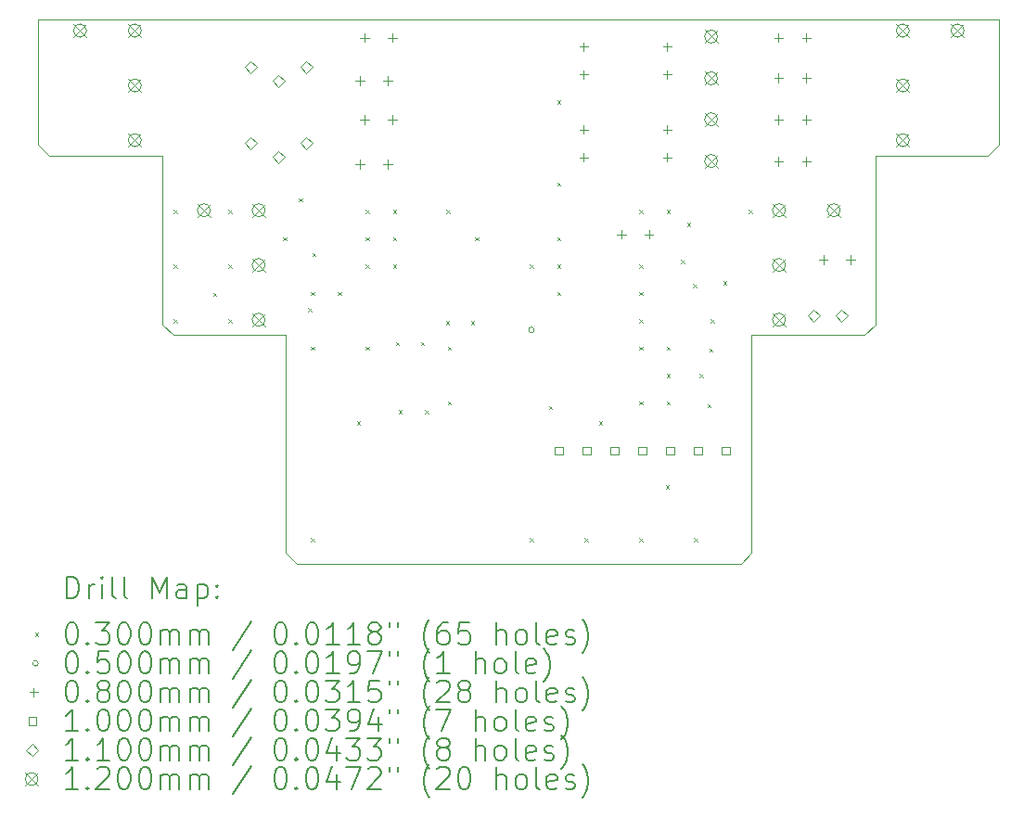
<source format=gbr>
%TF.GenerationSoftware,KiCad,Pcbnew,7.0.6*%
%TF.CreationDate,2023-08-10T22:32:49+02:00*%
%TF.ProjectId,esp-switch,6573702d-7377-4697-9463-682e6b696361,rev?*%
%TF.SameCoordinates,Original*%
%TF.FileFunction,Drillmap*%
%TF.FilePolarity,Positive*%
%FSLAX45Y45*%
G04 Gerber Fmt 4.5, Leading zero omitted, Abs format (unit mm)*
G04 Created by KiCad (PCBNEW 7.0.6) date 2023-08-10 22:32:49*
%MOMM*%
%LPD*%
G01*
G04 APERTURE LIST*
%ADD10C,0.050000*%
%ADD11C,0.200000*%
%ADD12C,0.030000*%
%ADD13C,0.080000*%
%ADD14C,0.100000*%
%ADD15C,0.110000*%
%ADD16C,0.120000*%
G04 APERTURE END LIST*
D10*
X2260000Y-4870000D02*
X2360000Y-4970000D01*
X2260000Y-2880000D02*
X2260000Y-4870000D01*
X6410000Y-4970000D02*
X2360000Y-4970000D01*
X8770000Y-1140000D02*
X8670000Y-1240000D01*
X7540000Y-2880000D02*
X7640000Y-2780000D01*
X6510000Y-2880000D02*
X6510000Y-4870000D01*
X0Y-1140000D02*
X100000Y-1240000D01*
X7640000Y-1240000D02*
X7640000Y-2780000D01*
X8770000Y0D02*
X8770000Y-1140000D01*
X1130000Y-2780000D02*
X1230000Y-2880000D01*
X1130000Y-1240000D02*
X100000Y-1240000D01*
X0Y0D02*
X8770000Y0D01*
X1130000Y-1240000D02*
X1130000Y-2780000D01*
X7540000Y-2880000D02*
X6510000Y-2880000D01*
X8670000Y-1240000D02*
X7640000Y-1240000D01*
X2260000Y-2880000D02*
X1230000Y-2880000D01*
X0Y0D02*
X0Y-1140000D01*
X6510000Y-4870000D02*
X6410000Y-4970000D01*
D11*
D12*
X1235000Y-1735000D02*
X1265000Y-1765000D01*
X1265000Y-1735000D02*
X1235000Y-1765000D01*
X1235000Y-2235000D02*
X1265000Y-2265000D01*
X1265000Y-2235000D02*
X1235000Y-2265000D01*
X1235000Y-2735000D02*
X1265000Y-2765000D01*
X1265000Y-2735000D02*
X1235000Y-2765000D01*
X1595000Y-2495000D02*
X1625000Y-2525000D01*
X1625000Y-2495000D02*
X1595000Y-2525000D01*
X1735000Y-1735000D02*
X1765000Y-1765000D01*
X1765000Y-1735000D02*
X1735000Y-1765000D01*
X1735000Y-2235000D02*
X1765000Y-2265000D01*
X1765000Y-2235000D02*
X1735000Y-2265000D01*
X1735000Y-2735000D02*
X1765000Y-2765000D01*
X1765000Y-2735000D02*
X1735000Y-2765000D01*
X2235000Y-1985000D02*
X2265000Y-2015000D01*
X2265000Y-1985000D02*
X2235000Y-2015000D01*
X2375140Y-1630920D02*
X2405140Y-1660920D01*
X2405140Y-1630920D02*
X2375140Y-1660920D01*
X2461500Y-2635050D02*
X2491500Y-2665050D01*
X2491500Y-2635050D02*
X2461500Y-2665050D01*
X2485000Y-2485000D02*
X2515000Y-2515000D01*
X2515000Y-2485000D02*
X2485000Y-2515000D01*
X2485000Y-2985000D02*
X2515000Y-3015000D01*
X2515000Y-2985000D02*
X2485000Y-3015000D01*
X2485000Y-4735000D02*
X2515000Y-4765000D01*
X2515000Y-4735000D02*
X2485000Y-4765000D01*
X2499600Y-2131300D02*
X2529600Y-2161300D01*
X2529600Y-2131300D02*
X2499600Y-2161300D01*
X2735000Y-2485000D02*
X2765000Y-2515000D01*
X2765000Y-2485000D02*
X2735000Y-2515000D01*
X2906000Y-3668000D02*
X2936000Y-3698000D01*
X2936000Y-3668000D02*
X2906000Y-3698000D01*
X2985000Y-1735000D02*
X3015000Y-1765000D01*
X3015000Y-1735000D02*
X2985000Y-1765000D01*
X2985000Y-1985000D02*
X3015000Y-2015000D01*
X3015000Y-1985000D02*
X2985000Y-2015000D01*
X2985000Y-2235000D02*
X3015000Y-2265000D01*
X3015000Y-2235000D02*
X2985000Y-2265000D01*
X2985000Y-2985000D02*
X3015000Y-3015000D01*
X3015000Y-2985000D02*
X2985000Y-3015000D01*
X3235000Y-1735000D02*
X3265000Y-1765000D01*
X3265000Y-1735000D02*
X3235000Y-1765000D01*
X3235000Y-1985000D02*
X3265000Y-2015000D01*
X3265000Y-1985000D02*
X3235000Y-2015000D01*
X3235000Y-2235000D02*
X3265000Y-2265000D01*
X3265000Y-2235000D02*
X3235000Y-2265000D01*
X3261600Y-2944100D02*
X3291600Y-2974100D01*
X3291600Y-2944100D02*
X3261600Y-2974100D01*
X3287000Y-3566400D02*
X3317000Y-3596400D01*
X3317000Y-3566400D02*
X3287000Y-3596400D01*
X3490200Y-2944100D02*
X3520200Y-2974100D01*
X3520200Y-2944100D02*
X3490200Y-2974100D01*
X3528300Y-3566400D02*
X3558300Y-3596400D01*
X3558300Y-3566400D02*
X3528300Y-3596400D01*
X3718800Y-2750850D02*
X3748800Y-2780850D01*
X3748800Y-2750850D02*
X3718800Y-2780850D01*
X3725574Y-1734300D02*
X3755574Y-1764300D01*
X3755574Y-1734300D02*
X3725574Y-1764300D01*
X3735000Y-2985000D02*
X3765000Y-3015000D01*
X3765000Y-2985000D02*
X3735000Y-3015000D01*
X3735000Y-3485000D02*
X3765000Y-3515000D01*
X3765000Y-3485000D02*
X3735000Y-3515000D01*
X3947400Y-2753600D02*
X3977400Y-2783600D01*
X3977400Y-2753600D02*
X3947400Y-2783600D01*
X3985000Y-1985000D02*
X4015000Y-2015000D01*
X4015000Y-1985000D02*
X3985000Y-2015000D01*
X4485000Y-2235000D02*
X4515000Y-2265000D01*
X4515000Y-2235000D02*
X4485000Y-2265000D01*
X4485000Y-4735000D02*
X4515000Y-4765000D01*
X4515000Y-4735000D02*
X4485000Y-4765000D01*
X4658600Y-3528300D02*
X4688600Y-3558300D01*
X4688600Y-3528300D02*
X4658600Y-3558300D01*
X4735000Y-735000D02*
X4765000Y-765000D01*
X4765000Y-735000D02*
X4735000Y-765000D01*
X4735000Y-1485000D02*
X4765000Y-1515000D01*
X4765000Y-1485000D02*
X4735000Y-1515000D01*
X4735000Y-1985000D02*
X4765000Y-2015000D01*
X4765000Y-1985000D02*
X4735000Y-2015000D01*
X4735000Y-2235000D02*
X4765000Y-2265000D01*
X4765000Y-2235000D02*
X4735000Y-2265000D01*
X4735000Y-2485000D02*
X4765000Y-2515000D01*
X4765000Y-2485000D02*
X4735000Y-2515000D01*
X4985000Y-4735000D02*
X5015000Y-4765000D01*
X5015000Y-4735000D02*
X4985000Y-4765000D01*
X5115800Y-3668000D02*
X5145800Y-3698000D01*
X5145800Y-3668000D02*
X5115800Y-3698000D01*
X5485000Y-1735000D02*
X5515000Y-1765000D01*
X5515000Y-1735000D02*
X5485000Y-1765000D01*
X5485000Y-2235000D02*
X5515000Y-2265000D01*
X5515000Y-2235000D02*
X5485000Y-2265000D01*
X5485000Y-2485000D02*
X5515000Y-2515000D01*
X5515000Y-2485000D02*
X5485000Y-2515000D01*
X5485000Y-2735000D02*
X5515000Y-2765000D01*
X5515000Y-2735000D02*
X5485000Y-2765000D01*
X5485000Y-2985000D02*
X5515000Y-3015000D01*
X5515000Y-2985000D02*
X5485000Y-3015000D01*
X5485000Y-3485000D02*
X5515000Y-3515000D01*
X5515000Y-3485000D02*
X5485000Y-3515000D01*
X5485000Y-4735000D02*
X5515000Y-4765000D01*
X5515000Y-4735000D02*
X5485000Y-4765000D01*
X5725400Y-4252200D02*
X5755400Y-4282200D01*
X5755400Y-4252200D02*
X5725400Y-4282200D01*
X5735000Y-1735000D02*
X5765000Y-1765000D01*
X5765000Y-1735000D02*
X5735000Y-1765000D01*
X5735000Y-2985000D02*
X5765000Y-3015000D01*
X5765000Y-2985000D02*
X5735000Y-3015000D01*
X5735000Y-3235000D02*
X5765000Y-3265000D01*
X5765000Y-3235000D02*
X5735000Y-3265000D01*
X5735000Y-3485000D02*
X5765000Y-3515000D01*
X5765000Y-3485000D02*
X5735000Y-3515000D01*
X5864600Y-2194800D02*
X5894600Y-2224800D01*
X5894600Y-2194800D02*
X5864600Y-2224800D01*
X5919460Y-1852920D02*
X5949460Y-1882920D01*
X5949460Y-1852920D02*
X5919460Y-1882920D01*
X5975000Y-2415000D02*
X6005000Y-2445000D01*
X6005000Y-2415000D02*
X5975000Y-2445000D01*
X5985000Y-4735000D02*
X6015000Y-4765000D01*
X6015000Y-4735000D02*
X5985000Y-4765000D01*
X6035000Y-3235000D02*
X6065000Y-3265000D01*
X6065000Y-3235000D02*
X6035000Y-3265000D01*
X6104800Y-3510520D02*
X6134800Y-3540520D01*
X6134800Y-3510520D02*
X6104800Y-3540520D01*
X6125200Y-3001000D02*
X6155200Y-3031000D01*
X6155200Y-3001000D02*
X6125200Y-3031000D01*
X6135000Y-2735000D02*
X6165000Y-2765000D01*
X6165000Y-2735000D02*
X6135000Y-2765000D01*
X6252200Y-2386320D02*
X6282200Y-2416320D01*
X6282200Y-2386320D02*
X6252200Y-2416320D01*
X6485000Y-1735000D02*
X6515000Y-1765000D01*
X6515000Y-1735000D02*
X6485000Y-1765000D01*
D10*
X4525000Y-2832100D02*
G75*
G03*
X4525000Y-2832100I-25000J0D01*
G01*
D13*
X2932400Y-518800D02*
X2932400Y-598800D01*
X2892400Y-558800D02*
X2972400Y-558800D01*
X2932400Y-1280800D02*
X2932400Y-1360800D01*
X2892400Y-1320800D02*
X2972400Y-1320800D01*
X2977400Y-125100D02*
X2977400Y-205100D01*
X2937400Y-165100D02*
X3017400Y-165100D01*
X2977400Y-874400D02*
X2977400Y-954400D01*
X2937400Y-914400D02*
X3017400Y-914400D01*
X3186400Y-518800D02*
X3186400Y-598800D01*
X3146400Y-558800D02*
X3226400Y-558800D01*
X3186400Y-1280800D02*
X3186400Y-1360800D01*
X3146400Y-1320800D02*
X3226400Y-1320800D01*
X3231400Y-125100D02*
X3231400Y-205100D01*
X3191400Y-165100D02*
X3271400Y-165100D01*
X3231400Y-874400D02*
X3231400Y-954400D01*
X3191400Y-914400D02*
X3271400Y-914400D01*
X4978000Y-207900D02*
X4978000Y-287900D01*
X4938000Y-247900D02*
X5018000Y-247900D01*
X4978000Y-461900D02*
X4978000Y-541900D01*
X4938000Y-501900D02*
X5018000Y-501900D01*
X4978000Y-963800D02*
X4978000Y-1043800D01*
X4938000Y-1003800D02*
X5018000Y-1003800D01*
X4978000Y-1217800D02*
X4978000Y-1297800D01*
X4938000Y-1257800D02*
X5018000Y-1257800D01*
X5321762Y-1920000D02*
X5321762Y-2000000D01*
X5281762Y-1960000D02*
X5361762Y-1960000D01*
X5571762Y-1920000D02*
X5571762Y-2000000D01*
X5531762Y-1960000D02*
X5611762Y-1960000D01*
X5740000Y-207900D02*
X5740000Y-287900D01*
X5700000Y-247900D02*
X5780000Y-247900D01*
X5740000Y-461900D02*
X5740000Y-541900D01*
X5700000Y-501900D02*
X5780000Y-501900D01*
X5740000Y-963800D02*
X5740000Y-1043800D01*
X5700000Y-1003800D02*
X5780000Y-1003800D01*
X5740000Y-1217800D02*
X5740000Y-1297800D01*
X5700000Y-1257800D02*
X5780000Y-1257800D01*
X6756000Y-125100D02*
X6756000Y-205100D01*
X6716000Y-165100D02*
X6796000Y-165100D01*
X6756000Y-493400D02*
X6756000Y-573400D01*
X6716000Y-533400D02*
X6796000Y-533400D01*
X6756000Y-874400D02*
X6756000Y-954400D01*
X6716000Y-914400D02*
X6796000Y-914400D01*
X6756000Y-1255400D02*
X6756000Y-1335400D01*
X6716000Y-1295400D02*
X6796000Y-1295400D01*
X7010000Y-125100D02*
X7010000Y-205100D01*
X6970000Y-165100D02*
X7050000Y-165100D01*
X7010000Y-493400D02*
X7010000Y-573400D01*
X6970000Y-533400D02*
X7050000Y-533400D01*
X7010000Y-874400D02*
X7010000Y-954400D01*
X6970000Y-914400D02*
X7050000Y-914400D01*
X7010000Y-1255400D02*
X7010000Y-1335400D01*
X6970000Y-1295400D02*
X7050000Y-1295400D01*
X7164138Y-2150500D02*
X7164138Y-2230500D01*
X7124138Y-2190500D02*
X7204138Y-2190500D01*
X7414138Y-2150500D02*
X7414138Y-2230500D01*
X7374138Y-2190500D02*
X7454138Y-2190500D01*
D14*
X4785156Y-3972356D02*
X4785156Y-3901644D01*
X4714444Y-3901644D01*
X4714444Y-3972356D01*
X4785156Y-3972356D01*
X5039156Y-3972356D02*
X5039156Y-3901644D01*
X4968444Y-3901644D01*
X4968444Y-3972356D01*
X5039156Y-3972356D01*
X5293156Y-3972356D02*
X5293156Y-3901644D01*
X5222444Y-3901644D01*
X5222444Y-3972356D01*
X5293156Y-3972356D01*
X5547156Y-3972356D02*
X5547156Y-3901644D01*
X5476444Y-3901644D01*
X5476444Y-3972356D01*
X5547156Y-3972356D01*
X5801156Y-3972356D02*
X5801156Y-3901644D01*
X5730444Y-3901644D01*
X5730444Y-3972356D01*
X5801156Y-3972356D01*
X6055156Y-3972356D02*
X6055156Y-3901644D01*
X5984444Y-3901644D01*
X5984444Y-3972356D01*
X6055156Y-3972356D01*
X6309156Y-3972356D02*
X6309156Y-3901644D01*
X6238444Y-3901644D01*
X6238444Y-3972356D01*
X6309156Y-3972356D01*
D15*
X1936000Y-486130D02*
X1991000Y-431130D01*
X1936000Y-376130D01*
X1881000Y-431130D01*
X1936000Y-486130D01*
X1936000Y-1179500D02*
X1991000Y-1124500D01*
X1936000Y-1069500D01*
X1881000Y-1124500D01*
X1936000Y-1179500D01*
X2190000Y-613130D02*
X2245000Y-558130D01*
X2190000Y-503130D01*
X2135000Y-558130D01*
X2190000Y-613130D01*
X2190000Y-1306500D02*
X2245000Y-1251500D01*
X2190000Y-1196500D01*
X2135000Y-1251500D01*
X2190000Y-1306500D01*
X2444000Y-486130D02*
X2499000Y-431130D01*
X2444000Y-376130D01*
X2389000Y-431130D01*
X2444000Y-486130D01*
X2444000Y-1179500D02*
X2499000Y-1124500D01*
X2444000Y-1069500D01*
X2389000Y-1124500D01*
X2444000Y-1179500D01*
X7074423Y-2756040D02*
X7129423Y-2701040D01*
X7074423Y-2646040D01*
X7019423Y-2701040D01*
X7074423Y-2756040D01*
X7328423Y-2756040D02*
X7383423Y-2701040D01*
X7328423Y-2646040D01*
X7273423Y-2701040D01*
X7328423Y-2756040D01*
D16*
X320000Y-40000D02*
X440000Y-160000D01*
X440000Y-40000D02*
X320000Y-160000D01*
X440000Y-100000D02*
G75*
G03*
X440000Y-100000I-60000J0D01*
G01*
X820000Y-40000D02*
X940000Y-160000D01*
X940000Y-40000D02*
X820000Y-160000D01*
X940000Y-100000D02*
G75*
G03*
X940000Y-100000I-60000J0D01*
G01*
X820000Y-540000D02*
X940000Y-660000D01*
X940000Y-540000D02*
X820000Y-660000D01*
X940000Y-600000D02*
G75*
G03*
X940000Y-600000I-60000J0D01*
G01*
X820000Y-1040000D02*
X940000Y-1160000D01*
X940000Y-1040000D02*
X820000Y-1160000D01*
X940000Y-1100000D02*
G75*
G03*
X940000Y-1100000I-60000J0D01*
G01*
X1450000Y-1680000D02*
X1570000Y-1800000D01*
X1570000Y-1680000D02*
X1450000Y-1800000D01*
X1570000Y-1740000D02*
G75*
G03*
X1570000Y-1740000I-60000J0D01*
G01*
X1950000Y-1680000D02*
X2070000Y-1800000D01*
X2070000Y-1680000D02*
X1950000Y-1800000D01*
X2070000Y-1740000D02*
G75*
G03*
X2070000Y-1740000I-60000J0D01*
G01*
X1950000Y-2180000D02*
X2070000Y-2300000D01*
X2070000Y-2180000D02*
X1950000Y-2300000D01*
X2070000Y-2240000D02*
G75*
G03*
X2070000Y-2240000I-60000J0D01*
G01*
X1950000Y-2680000D02*
X2070000Y-2800000D01*
X2070000Y-2680000D02*
X1950000Y-2800000D01*
X2070000Y-2740000D02*
G75*
G03*
X2070000Y-2740000I-60000J0D01*
G01*
X6080000Y-93900D02*
X6200000Y-213900D01*
X6200000Y-93900D02*
X6080000Y-213900D01*
X6200000Y-153900D02*
G75*
G03*
X6200000Y-153900I-60000J0D01*
G01*
X6080000Y-474900D02*
X6200000Y-594900D01*
X6200000Y-474900D02*
X6080000Y-594900D01*
X6200000Y-534900D02*
G75*
G03*
X6200000Y-534900I-60000J0D01*
G01*
X6080000Y-849800D02*
X6200000Y-969800D01*
X6200000Y-849800D02*
X6080000Y-969800D01*
X6200000Y-909800D02*
G75*
G03*
X6200000Y-909800I-60000J0D01*
G01*
X6080000Y-1230800D02*
X6200000Y-1350800D01*
X6200000Y-1230800D02*
X6080000Y-1350800D01*
X6200000Y-1290800D02*
G75*
G03*
X6200000Y-1290800I-60000J0D01*
G01*
X6700000Y-1680000D02*
X6820000Y-1800000D01*
X6820000Y-1680000D02*
X6700000Y-1800000D01*
X6820000Y-1740000D02*
G75*
G03*
X6820000Y-1740000I-60000J0D01*
G01*
X6700000Y-2180000D02*
X6820000Y-2300000D01*
X6820000Y-2180000D02*
X6700000Y-2300000D01*
X6820000Y-2240000D02*
G75*
G03*
X6820000Y-2240000I-60000J0D01*
G01*
X6700000Y-2680000D02*
X6820000Y-2800000D01*
X6820000Y-2680000D02*
X6700000Y-2800000D01*
X6820000Y-2740000D02*
G75*
G03*
X6820000Y-2740000I-60000J0D01*
G01*
X7200000Y-1680000D02*
X7320000Y-1800000D01*
X7320000Y-1680000D02*
X7200000Y-1800000D01*
X7320000Y-1740000D02*
G75*
G03*
X7320000Y-1740000I-60000J0D01*
G01*
X7830000Y-40000D02*
X7950000Y-160000D01*
X7950000Y-40000D02*
X7830000Y-160000D01*
X7950000Y-100000D02*
G75*
G03*
X7950000Y-100000I-60000J0D01*
G01*
X7830000Y-540000D02*
X7950000Y-660000D01*
X7950000Y-540000D02*
X7830000Y-660000D01*
X7950000Y-600000D02*
G75*
G03*
X7950000Y-600000I-60000J0D01*
G01*
X7830000Y-1040000D02*
X7950000Y-1160000D01*
X7950000Y-1040000D02*
X7830000Y-1160000D01*
X7950000Y-1100000D02*
G75*
G03*
X7950000Y-1100000I-60000J0D01*
G01*
X8330000Y-40000D02*
X8450000Y-160000D01*
X8450000Y-40000D02*
X8330000Y-160000D01*
X8450000Y-100000D02*
G75*
G03*
X8450000Y-100000I-60000J0D01*
G01*
D11*
X258277Y-5283984D02*
X258277Y-5083984D01*
X258277Y-5083984D02*
X305896Y-5083984D01*
X305896Y-5083984D02*
X334467Y-5093508D01*
X334467Y-5093508D02*
X353515Y-5112555D01*
X353515Y-5112555D02*
X363039Y-5131603D01*
X363039Y-5131603D02*
X372562Y-5169698D01*
X372562Y-5169698D02*
X372562Y-5198270D01*
X372562Y-5198270D02*
X363039Y-5236365D01*
X363039Y-5236365D02*
X353515Y-5255412D01*
X353515Y-5255412D02*
X334467Y-5274460D01*
X334467Y-5274460D02*
X305896Y-5283984D01*
X305896Y-5283984D02*
X258277Y-5283984D01*
X458277Y-5283984D02*
X458277Y-5150650D01*
X458277Y-5188746D02*
X467801Y-5169698D01*
X467801Y-5169698D02*
X477324Y-5160174D01*
X477324Y-5160174D02*
X496372Y-5150650D01*
X496372Y-5150650D02*
X515420Y-5150650D01*
X582086Y-5283984D02*
X582086Y-5150650D01*
X582086Y-5083984D02*
X572563Y-5093508D01*
X572563Y-5093508D02*
X582086Y-5103031D01*
X582086Y-5103031D02*
X591610Y-5093508D01*
X591610Y-5093508D02*
X582086Y-5083984D01*
X582086Y-5083984D02*
X582086Y-5103031D01*
X705896Y-5283984D02*
X686848Y-5274460D01*
X686848Y-5274460D02*
X677324Y-5255412D01*
X677324Y-5255412D02*
X677324Y-5083984D01*
X810658Y-5283984D02*
X791610Y-5274460D01*
X791610Y-5274460D02*
X782086Y-5255412D01*
X782086Y-5255412D02*
X782086Y-5083984D01*
X1039229Y-5283984D02*
X1039229Y-5083984D01*
X1039229Y-5083984D02*
X1105896Y-5226841D01*
X1105896Y-5226841D02*
X1172563Y-5083984D01*
X1172563Y-5083984D02*
X1172563Y-5283984D01*
X1353515Y-5283984D02*
X1353515Y-5179222D01*
X1353515Y-5179222D02*
X1343991Y-5160174D01*
X1343991Y-5160174D02*
X1324944Y-5150650D01*
X1324944Y-5150650D02*
X1286848Y-5150650D01*
X1286848Y-5150650D02*
X1267801Y-5160174D01*
X1353515Y-5274460D02*
X1334467Y-5283984D01*
X1334467Y-5283984D02*
X1286848Y-5283984D01*
X1286848Y-5283984D02*
X1267801Y-5274460D01*
X1267801Y-5274460D02*
X1258277Y-5255412D01*
X1258277Y-5255412D02*
X1258277Y-5236365D01*
X1258277Y-5236365D02*
X1267801Y-5217317D01*
X1267801Y-5217317D02*
X1286848Y-5207793D01*
X1286848Y-5207793D02*
X1334467Y-5207793D01*
X1334467Y-5207793D02*
X1353515Y-5198270D01*
X1448753Y-5150650D02*
X1448753Y-5350650D01*
X1448753Y-5160174D02*
X1467801Y-5150650D01*
X1467801Y-5150650D02*
X1505896Y-5150650D01*
X1505896Y-5150650D02*
X1524943Y-5160174D01*
X1524943Y-5160174D02*
X1534467Y-5169698D01*
X1534467Y-5169698D02*
X1543991Y-5188746D01*
X1543991Y-5188746D02*
X1543991Y-5245889D01*
X1543991Y-5245889D02*
X1534467Y-5264936D01*
X1534467Y-5264936D02*
X1524943Y-5274460D01*
X1524943Y-5274460D02*
X1505896Y-5283984D01*
X1505896Y-5283984D02*
X1467801Y-5283984D01*
X1467801Y-5283984D02*
X1448753Y-5274460D01*
X1629705Y-5264936D02*
X1639229Y-5274460D01*
X1639229Y-5274460D02*
X1629705Y-5283984D01*
X1629705Y-5283984D02*
X1620182Y-5274460D01*
X1620182Y-5274460D02*
X1629705Y-5264936D01*
X1629705Y-5264936D02*
X1629705Y-5283984D01*
X1629705Y-5160174D02*
X1639229Y-5169698D01*
X1639229Y-5169698D02*
X1629705Y-5179222D01*
X1629705Y-5179222D02*
X1620182Y-5169698D01*
X1620182Y-5169698D02*
X1629705Y-5160174D01*
X1629705Y-5160174D02*
X1629705Y-5179222D01*
D12*
X-32500Y-5597500D02*
X-2500Y-5627500D01*
X-2500Y-5597500D02*
X-32500Y-5627500D01*
D11*
X296372Y-5503984D02*
X315420Y-5503984D01*
X315420Y-5503984D02*
X334467Y-5513508D01*
X334467Y-5513508D02*
X343991Y-5523031D01*
X343991Y-5523031D02*
X353515Y-5542079D01*
X353515Y-5542079D02*
X363039Y-5580174D01*
X363039Y-5580174D02*
X363039Y-5627793D01*
X363039Y-5627793D02*
X353515Y-5665888D01*
X353515Y-5665888D02*
X343991Y-5684936D01*
X343991Y-5684936D02*
X334467Y-5694460D01*
X334467Y-5694460D02*
X315420Y-5703984D01*
X315420Y-5703984D02*
X296372Y-5703984D01*
X296372Y-5703984D02*
X277324Y-5694460D01*
X277324Y-5694460D02*
X267801Y-5684936D01*
X267801Y-5684936D02*
X258277Y-5665888D01*
X258277Y-5665888D02*
X248753Y-5627793D01*
X248753Y-5627793D02*
X248753Y-5580174D01*
X248753Y-5580174D02*
X258277Y-5542079D01*
X258277Y-5542079D02*
X267801Y-5523031D01*
X267801Y-5523031D02*
X277324Y-5513508D01*
X277324Y-5513508D02*
X296372Y-5503984D01*
X448753Y-5684936D02*
X458277Y-5694460D01*
X458277Y-5694460D02*
X448753Y-5703984D01*
X448753Y-5703984D02*
X439229Y-5694460D01*
X439229Y-5694460D02*
X448753Y-5684936D01*
X448753Y-5684936D02*
X448753Y-5703984D01*
X524944Y-5503984D02*
X648753Y-5503984D01*
X648753Y-5503984D02*
X582086Y-5580174D01*
X582086Y-5580174D02*
X610658Y-5580174D01*
X610658Y-5580174D02*
X629705Y-5589698D01*
X629705Y-5589698D02*
X639229Y-5599222D01*
X639229Y-5599222D02*
X648753Y-5618269D01*
X648753Y-5618269D02*
X648753Y-5665888D01*
X648753Y-5665888D02*
X639229Y-5684936D01*
X639229Y-5684936D02*
X629705Y-5694460D01*
X629705Y-5694460D02*
X610658Y-5703984D01*
X610658Y-5703984D02*
X553515Y-5703984D01*
X553515Y-5703984D02*
X534467Y-5694460D01*
X534467Y-5694460D02*
X524944Y-5684936D01*
X772562Y-5503984D02*
X791610Y-5503984D01*
X791610Y-5503984D02*
X810658Y-5513508D01*
X810658Y-5513508D02*
X820182Y-5523031D01*
X820182Y-5523031D02*
X829705Y-5542079D01*
X829705Y-5542079D02*
X839229Y-5580174D01*
X839229Y-5580174D02*
X839229Y-5627793D01*
X839229Y-5627793D02*
X829705Y-5665888D01*
X829705Y-5665888D02*
X820182Y-5684936D01*
X820182Y-5684936D02*
X810658Y-5694460D01*
X810658Y-5694460D02*
X791610Y-5703984D01*
X791610Y-5703984D02*
X772562Y-5703984D01*
X772562Y-5703984D02*
X753515Y-5694460D01*
X753515Y-5694460D02*
X743991Y-5684936D01*
X743991Y-5684936D02*
X734467Y-5665888D01*
X734467Y-5665888D02*
X724943Y-5627793D01*
X724943Y-5627793D02*
X724943Y-5580174D01*
X724943Y-5580174D02*
X734467Y-5542079D01*
X734467Y-5542079D02*
X743991Y-5523031D01*
X743991Y-5523031D02*
X753515Y-5513508D01*
X753515Y-5513508D02*
X772562Y-5503984D01*
X963039Y-5503984D02*
X982086Y-5503984D01*
X982086Y-5503984D02*
X1001134Y-5513508D01*
X1001134Y-5513508D02*
X1010658Y-5523031D01*
X1010658Y-5523031D02*
X1020182Y-5542079D01*
X1020182Y-5542079D02*
X1029705Y-5580174D01*
X1029705Y-5580174D02*
X1029705Y-5627793D01*
X1029705Y-5627793D02*
X1020182Y-5665888D01*
X1020182Y-5665888D02*
X1010658Y-5684936D01*
X1010658Y-5684936D02*
X1001134Y-5694460D01*
X1001134Y-5694460D02*
X982086Y-5703984D01*
X982086Y-5703984D02*
X963039Y-5703984D01*
X963039Y-5703984D02*
X943991Y-5694460D01*
X943991Y-5694460D02*
X934467Y-5684936D01*
X934467Y-5684936D02*
X924943Y-5665888D01*
X924943Y-5665888D02*
X915420Y-5627793D01*
X915420Y-5627793D02*
X915420Y-5580174D01*
X915420Y-5580174D02*
X924943Y-5542079D01*
X924943Y-5542079D02*
X934467Y-5523031D01*
X934467Y-5523031D02*
X943991Y-5513508D01*
X943991Y-5513508D02*
X963039Y-5503984D01*
X1115420Y-5703984D02*
X1115420Y-5570650D01*
X1115420Y-5589698D02*
X1124944Y-5580174D01*
X1124944Y-5580174D02*
X1143991Y-5570650D01*
X1143991Y-5570650D02*
X1172563Y-5570650D01*
X1172563Y-5570650D02*
X1191610Y-5580174D01*
X1191610Y-5580174D02*
X1201134Y-5599222D01*
X1201134Y-5599222D02*
X1201134Y-5703984D01*
X1201134Y-5599222D02*
X1210658Y-5580174D01*
X1210658Y-5580174D02*
X1229705Y-5570650D01*
X1229705Y-5570650D02*
X1258277Y-5570650D01*
X1258277Y-5570650D02*
X1277325Y-5580174D01*
X1277325Y-5580174D02*
X1286848Y-5599222D01*
X1286848Y-5599222D02*
X1286848Y-5703984D01*
X1382086Y-5703984D02*
X1382086Y-5570650D01*
X1382086Y-5589698D02*
X1391610Y-5580174D01*
X1391610Y-5580174D02*
X1410658Y-5570650D01*
X1410658Y-5570650D02*
X1439229Y-5570650D01*
X1439229Y-5570650D02*
X1458277Y-5580174D01*
X1458277Y-5580174D02*
X1467801Y-5599222D01*
X1467801Y-5599222D02*
X1467801Y-5703984D01*
X1467801Y-5599222D02*
X1477324Y-5580174D01*
X1477324Y-5580174D02*
X1496372Y-5570650D01*
X1496372Y-5570650D02*
X1524943Y-5570650D01*
X1524943Y-5570650D02*
X1543991Y-5580174D01*
X1543991Y-5580174D02*
X1553515Y-5599222D01*
X1553515Y-5599222D02*
X1553515Y-5703984D01*
X1943991Y-5494460D02*
X1772563Y-5751603D01*
X2201134Y-5503984D02*
X2220182Y-5503984D01*
X2220182Y-5503984D02*
X2239229Y-5513508D01*
X2239229Y-5513508D02*
X2248753Y-5523031D01*
X2248753Y-5523031D02*
X2258277Y-5542079D01*
X2258277Y-5542079D02*
X2267801Y-5580174D01*
X2267801Y-5580174D02*
X2267801Y-5627793D01*
X2267801Y-5627793D02*
X2258277Y-5665888D01*
X2258277Y-5665888D02*
X2248753Y-5684936D01*
X2248753Y-5684936D02*
X2239229Y-5694460D01*
X2239229Y-5694460D02*
X2220182Y-5703984D01*
X2220182Y-5703984D02*
X2201134Y-5703984D01*
X2201134Y-5703984D02*
X2182087Y-5694460D01*
X2182087Y-5694460D02*
X2172563Y-5684936D01*
X2172563Y-5684936D02*
X2163039Y-5665888D01*
X2163039Y-5665888D02*
X2153515Y-5627793D01*
X2153515Y-5627793D02*
X2153515Y-5580174D01*
X2153515Y-5580174D02*
X2163039Y-5542079D01*
X2163039Y-5542079D02*
X2172563Y-5523031D01*
X2172563Y-5523031D02*
X2182087Y-5513508D01*
X2182087Y-5513508D02*
X2201134Y-5503984D01*
X2353515Y-5684936D02*
X2363039Y-5694460D01*
X2363039Y-5694460D02*
X2353515Y-5703984D01*
X2353515Y-5703984D02*
X2343991Y-5694460D01*
X2343991Y-5694460D02*
X2353515Y-5684936D01*
X2353515Y-5684936D02*
X2353515Y-5703984D01*
X2486848Y-5503984D02*
X2505896Y-5503984D01*
X2505896Y-5503984D02*
X2524944Y-5513508D01*
X2524944Y-5513508D02*
X2534468Y-5523031D01*
X2534468Y-5523031D02*
X2543991Y-5542079D01*
X2543991Y-5542079D02*
X2553515Y-5580174D01*
X2553515Y-5580174D02*
X2553515Y-5627793D01*
X2553515Y-5627793D02*
X2543991Y-5665888D01*
X2543991Y-5665888D02*
X2534468Y-5684936D01*
X2534468Y-5684936D02*
X2524944Y-5694460D01*
X2524944Y-5694460D02*
X2505896Y-5703984D01*
X2505896Y-5703984D02*
X2486848Y-5703984D01*
X2486848Y-5703984D02*
X2467801Y-5694460D01*
X2467801Y-5694460D02*
X2458277Y-5684936D01*
X2458277Y-5684936D02*
X2448753Y-5665888D01*
X2448753Y-5665888D02*
X2439229Y-5627793D01*
X2439229Y-5627793D02*
X2439229Y-5580174D01*
X2439229Y-5580174D02*
X2448753Y-5542079D01*
X2448753Y-5542079D02*
X2458277Y-5523031D01*
X2458277Y-5523031D02*
X2467801Y-5513508D01*
X2467801Y-5513508D02*
X2486848Y-5503984D01*
X2743991Y-5703984D02*
X2629706Y-5703984D01*
X2686848Y-5703984D02*
X2686848Y-5503984D01*
X2686848Y-5503984D02*
X2667801Y-5532555D01*
X2667801Y-5532555D02*
X2648753Y-5551603D01*
X2648753Y-5551603D02*
X2629706Y-5561127D01*
X2934467Y-5703984D02*
X2820182Y-5703984D01*
X2877325Y-5703984D02*
X2877325Y-5503984D01*
X2877325Y-5503984D02*
X2858277Y-5532555D01*
X2858277Y-5532555D02*
X2839229Y-5551603D01*
X2839229Y-5551603D02*
X2820182Y-5561127D01*
X3048753Y-5589698D02*
X3029706Y-5580174D01*
X3029706Y-5580174D02*
X3020182Y-5570650D01*
X3020182Y-5570650D02*
X3010658Y-5551603D01*
X3010658Y-5551603D02*
X3010658Y-5542079D01*
X3010658Y-5542079D02*
X3020182Y-5523031D01*
X3020182Y-5523031D02*
X3029706Y-5513508D01*
X3029706Y-5513508D02*
X3048753Y-5503984D01*
X3048753Y-5503984D02*
X3086848Y-5503984D01*
X3086848Y-5503984D02*
X3105896Y-5513508D01*
X3105896Y-5513508D02*
X3115420Y-5523031D01*
X3115420Y-5523031D02*
X3124944Y-5542079D01*
X3124944Y-5542079D02*
X3124944Y-5551603D01*
X3124944Y-5551603D02*
X3115420Y-5570650D01*
X3115420Y-5570650D02*
X3105896Y-5580174D01*
X3105896Y-5580174D02*
X3086848Y-5589698D01*
X3086848Y-5589698D02*
X3048753Y-5589698D01*
X3048753Y-5589698D02*
X3029706Y-5599222D01*
X3029706Y-5599222D02*
X3020182Y-5608746D01*
X3020182Y-5608746D02*
X3010658Y-5627793D01*
X3010658Y-5627793D02*
X3010658Y-5665888D01*
X3010658Y-5665888D02*
X3020182Y-5684936D01*
X3020182Y-5684936D02*
X3029706Y-5694460D01*
X3029706Y-5694460D02*
X3048753Y-5703984D01*
X3048753Y-5703984D02*
X3086848Y-5703984D01*
X3086848Y-5703984D02*
X3105896Y-5694460D01*
X3105896Y-5694460D02*
X3115420Y-5684936D01*
X3115420Y-5684936D02*
X3124944Y-5665888D01*
X3124944Y-5665888D02*
X3124944Y-5627793D01*
X3124944Y-5627793D02*
X3115420Y-5608746D01*
X3115420Y-5608746D02*
X3105896Y-5599222D01*
X3105896Y-5599222D02*
X3086848Y-5589698D01*
X3201134Y-5503984D02*
X3201134Y-5542079D01*
X3277325Y-5503984D02*
X3277325Y-5542079D01*
X3572563Y-5780174D02*
X3563039Y-5770650D01*
X3563039Y-5770650D02*
X3543991Y-5742079D01*
X3543991Y-5742079D02*
X3534468Y-5723031D01*
X3534468Y-5723031D02*
X3524944Y-5694460D01*
X3524944Y-5694460D02*
X3515420Y-5646841D01*
X3515420Y-5646841D02*
X3515420Y-5608746D01*
X3515420Y-5608746D02*
X3524944Y-5561127D01*
X3524944Y-5561127D02*
X3534468Y-5532555D01*
X3534468Y-5532555D02*
X3543991Y-5513508D01*
X3543991Y-5513508D02*
X3563039Y-5484936D01*
X3563039Y-5484936D02*
X3572563Y-5475412D01*
X3734468Y-5503984D02*
X3696372Y-5503984D01*
X3696372Y-5503984D02*
X3677325Y-5513508D01*
X3677325Y-5513508D02*
X3667801Y-5523031D01*
X3667801Y-5523031D02*
X3648753Y-5551603D01*
X3648753Y-5551603D02*
X3639229Y-5589698D01*
X3639229Y-5589698D02*
X3639229Y-5665888D01*
X3639229Y-5665888D02*
X3648753Y-5684936D01*
X3648753Y-5684936D02*
X3658277Y-5694460D01*
X3658277Y-5694460D02*
X3677325Y-5703984D01*
X3677325Y-5703984D02*
X3715420Y-5703984D01*
X3715420Y-5703984D02*
X3734468Y-5694460D01*
X3734468Y-5694460D02*
X3743991Y-5684936D01*
X3743991Y-5684936D02*
X3753515Y-5665888D01*
X3753515Y-5665888D02*
X3753515Y-5618269D01*
X3753515Y-5618269D02*
X3743991Y-5599222D01*
X3743991Y-5599222D02*
X3734468Y-5589698D01*
X3734468Y-5589698D02*
X3715420Y-5580174D01*
X3715420Y-5580174D02*
X3677325Y-5580174D01*
X3677325Y-5580174D02*
X3658277Y-5589698D01*
X3658277Y-5589698D02*
X3648753Y-5599222D01*
X3648753Y-5599222D02*
X3639229Y-5618269D01*
X3934468Y-5503984D02*
X3839229Y-5503984D01*
X3839229Y-5503984D02*
X3829706Y-5599222D01*
X3829706Y-5599222D02*
X3839229Y-5589698D01*
X3839229Y-5589698D02*
X3858277Y-5580174D01*
X3858277Y-5580174D02*
X3905896Y-5580174D01*
X3905896Y-5580174D02*
X3924944Y-5589698D01*
X3924944Y-5589698D02*
X3934468Y-5599222D01*
X3934468Y-5599222D02*
X3943991Y-5618269D01*
X3943991Y-5618269D02*
X3943991Y-5665888D01*
X3943991Y-5665888D02*
X3934468Y-5684936D01*
X3934468Y-5684936D02*
X3924944Y-5694460D01*
X3924944Y-5694460D02*
X3905896Y-5703984D01*
X3905896Y-5703984D02*
X3858277Y-5703984D01*
X3858277Y-5703984D02*
X3839229Y-5694460D01*
X3839229Y-5694460D02*
X3829706Y-5684936D01*
X4182087Y-5703984D02*
X4182087Y-5503984D01*
X4267801Y-5703984D02*
X4267801Y-5599222D01*
X4267801Y-5599222D02*
X4258277Y-5580174D01*
X4258277Y-5580174D02*
X4239230Y-5570650D01*
X4239230Y-5570650D02*
X4210658Y-5570650D01*
X4210658Y-5570650D02*
X4191610Y-5580174D01*
X4191610Y-5580174D02*
X4182087Y-5589698D01*
X4391611Y-5703984D02*
X4372563Y-5694460D01*
X4372563Y-5694460D02*
X4363039Y-5684936D01*
X4363039Y-5684936D02*
X4353515Y-5665888D01*
X4353515Y-5665888D02*
X4353515Y-5608746D01*
X4353515Y-5608746D02*
X4363039Y-5589698D01*
X4363039Y-5589698D02*
X4372563Y-5580174D01*
X4372563Y-5580174D02*
X4391611Y-5570650D01*
X4391611Y-5570650D02*
X4420182Y-5570650D01*
X4420182Y-5570650D02*
X4439230Y-5580174D01*
X4439230Y-5580174D02*
X4448753Y-5589698D01*
X4448753Y-5589698D02*
X4458277Y-5608746D01*
X4458277Y-5608746D02*
X4458277Y-5665888D01*
X4458277Y-5665888D02*
X4448753Y-5684936D01*
X4448753Y-5684936D02*
X4439230Y-5694460D01*
X4439230Y-5694460D02*
X4420182Y-5703984D01*
X4420182Y-5703984D02*
X4391611Y-5703984D01*
X4572563Y-5703984D02*
X4553515Y-5694460D01*
X4553515Y-5694460D02*
X4543992Y-5675412D01*
X4543992Y-5675412D02*
X4543992Y-5503984D01*
X4724944Y-5694460D02*
X4705896Y-5703984D01*
X4705896Y-5703984D02*
X4667801Y-5703984D01*
X4667801Y-5703984D02*
X4648753Y-5694460D01*
X4648753Y-5694460D02*
X4639230Y-5675412D01*
X4639230Y-5675412D02*
X4639230Y-5599222D01*
X4639230Y-5599222D02*
X4648753Y-5580174D01*
X4648753Y-5580174D02*
X4667801Y-5570650D01*
X4667801Y-5570650D02*
X4705896Y-5570650D01*
X4705896Y-5570650D02*
X4724944Y-5580174D01*
X4724944Y-5580174D02*
X4734468Y-5599222D01*
X4734468Y-5599222D02*
X4734468Y-5618269D01*
X4734468Y-5618269D02*
X4639230Y-5637317D01*
X4810658Y-5694460D02*
X4829706Y-5703984D01*
X4829706Y-5703984D02*
X4867801Y-5703984D01*
X4867801Y-5703984D02*
X4886849Y-5694460D01*
X4886849Y-5694460D02*
X4896373Y-5675412D01*
X4896373Y-5675412D02*
X4896373Y-5665888D01*
X4896373Y-5665888D02*
X4886849Y-5646841D01*
X4886849Y-5646841D02*
X4867801Y-5637317D01*
X4867801Y-5637317D02*
X4839230Y-5637317D01*
X4839230Y-5637317D02*
X4820182Y-5627793D01*
X4820182Y-5627793D02*
X4810658Y-5608746D01*
X4810658Y-5608746D02*
X4810658Y-5599222D01*
X4810658Y-5599222D02*
X4820182Y-5580174D01*
X4820182Y-5580174D02*
X4839230Y-5570650D01*
X4839230Y-5570650D02*
X4867801Y-5570650D01*
X4867801Y-5570650D02*
X4886849Y-5580174D01*
X4963039Y-5780174D02*
X4972563Y-5770650D01*
X4972563Y-5770650D02*
X4991611Y-5742079D01*
X4991611Y-5742079D02*
X5001134Y-5723031D01*
X5001134Y-5723031D02*
X5010658Y-5694460D01*
X5010658Y-5694460D02*
X5020182Y-5646841D01*
X5020182Y-5646841D02*
X5020182Y-5608746D01*
X5020182Y-5608746D02*
X5010658Y-5561127D01*
X5010658Y-5561127D02*
X5001134Y-5532555D01*
X5001134Y-5532555D02*
X4991611Y-5513508D01*
X4991611Y-5513508D02*
X4972563Y-5484936D01*
X4972563Y-5484936D02*
X4963039Y-5475412D01*
D10*
X-2500Y-5876500D02*
G75*
G03*
X-2500Y-5876500I-25000J0D01*
G01*
D11*
X296372Y-5767984D02*
X315420Y-5767984D01*
X315420Y-5767984D02*
X334467Y-5777508D01*
X334467Y-5777508D02*
X343991Y-5787031D01*
X343991Y-5787031D02*
X353515Y-5806079D01*
X353515Y-5806079D02*
X363039Y-5844174D01*
X363039Y-5844174D02*
X363039Y-5891793D01*
X363039Y-5891793D02*
X353515Y-5929888D01*
X353515Y-5929888D02*
X343991Y-5948936D01*
X343991Y-5948936D02*
X334467Y-5958460D01*
X334467Y-5958460D02*
X315420Y-5967984D01*
X315420Y-5967984D02*
X296372Y-5967984D01*
X296372Y-5967984D02*
X277324Y-5958460D01*
X277324Y-5958460D02*
X267801Y-5948936D01*
X267801Y-5948936D02*
X258277Y-5929888D01*
X258277Y-5929888D02*
X248753Y-5891793D01*
X248753Y-5891793D02*
X248753Y-5844174D01*
X248753Y-5844174D02*
X258277Y-5806079D01*
X258277Y-5806079D02*
X267801Y-5787031D01*
X267801Y-5787031D02*
X277324Y-5777508D01*
X277324Y-5777508D02*
X296372Y-5767984D01*
X448753Y-5948936D02*
X458277Y-5958460D01*
X458277Y-5958460D02*
X448753Y-5967984D01*
X448753Y-5967984D02*
X439229Y-5958460D01*
X439229Y-5958460D02*
X448753Y-5948936D01*
X448753Y-5948936D02*
X448753Y-5967984D01*
X639229Y-5767984D02*
X543991Y-5767984D01*
X543991Y-5767984D02*
X534467Y-5863222D01*
X534467Y-5863222D02*
X543991Y-5853698D01*
X543991Y-5853698D02*
X563039Y-5844174D01*
X563039Y-5844174D02*
X610658Y-5844174D01*
X610658Y-5844174D02*
X629705Y-5853698D01*
X629705Y-5853698D02*
X639229Y-5863222D01*
X639229Y-5863222D02*
X648753Y-5882269D01*
X648753Y-5882269D02*
X648753Y-5929888D01*
X648753Y-5929888D02*
X639229Y-5948936D01*
X639229Y-5948936D02*
X629705Y-5958460D01*
X629705Y-5958460D02*
X610658Y-5967984D01*
X610658Y-5967984D02*
X563039Y-5967984D01*
X563039Y-5967984D02*
X543991Y-5958460D01*
X543991Y-5958460D02*
X534467Y-5948936D01*
X772562Y-5767984D02*
X791610Y-5767984D01*
X791610Y-5767984D02*
X810658Y-5777508D01*
X810658Y-5777508D02*
X820182Y-5787031D01*
X820182Y-5787031D02*
X829705Y-5806079D01*
X829705Y-5806079D02*
X839229Y-5844174D01*
X839229Y-5844174D02*
X839229Y-5891793D01*
X839229Y-5891793D02*
X829705Y-5929888D01*
X829705Y-5929888D02*
X820182Y-5948936D01*
X820182Y-5948936D02*
X810658Y-5958460D01*
X810658Y-5958460D02*
X791610Y-5967984D01*
X791610Y-5967984D02*
X772562Y-5967984D01*
X772562Y-5967984D02*
X753515Y-5958460D01*
X753515Y-5958460D02*
X743991Y-5948936D01*
X743991Y-5948936D02*
X734467Y-5929888D01*
X734467Y-5929888D02*
X724943Y-5891793D01*
X724943Y-5891793D02*
X724943Y-5844174D01*
X724943Y-5844174D02*
X734467Y-5806079D01*
X734467Y-5806079D02*
X743991Y-5787031D01*
X743991Y-5787031D02*
X753515Y-5777508D01*
X753515Y-5777508D02*
X772562Y-5767984D01*
X963039Y-5767984D02*
X982086Y-5767984D01*
X982086Y-5767984D02*
X1001134Y-5777508D01*
X1001134Y-5777508D02*
X1010658Y-5787031D01*
X1010658Y-5787031D02*
X1020182Y-5806079D01*
X1020182Y-5806079D02*
X1029705Y-5844174D01*
X1029705Y-5844174D02*
X1029705Y-5891793D01*
X1029705Y-5891793D02*
X1020182Y-5929888D01*
X1020182Y-5929888D02*
X1010658Y-5948936D01*
X1010658Y-5948936D02*
X1001134Y-5958460D01*
X1001134Y-5958460D02*
X982086Y-5967984D01*
X982086Y-5967984D02*
X963039Y-5967984D01*
X963039Y-5967984D02*
X943991Y-5958460D01*
X943991Y-5958460D02*
X934467Y-5948936D01*
X934467Y-5948936D02*
X924943Y-5929888D01*
X924943Y-5929888D02*
X915420Y-5891793D01*
X915420Y-5891793D02*
X915420Y-5844174D01*
X915420Y-5844174D02*
X924943Y-5806079D01*
X924943Y-5806079D02*
X934467Y-5787031D01*
X934467Y-5787031D02*
X943991Y-5777508D01*
X943991Y-5777508D02*
X963039Y-5767984D01*
X1115420Y-5967984D02*
X1115420Y-5834650D01*
X1115420Y-5853698D02*
X1124944Y-5844174D01*
X1124944Y-5844174D02*
X1143991Y-5834650D01*
X1143991Y-5834650D02*
X1172563Y-5834650D01*
X1172563Y-5834650D02*
X1191610Y-5844174D01*
X1191610Y-5844174D02*
X1201134Y-5863222D01*
X1201134Y-5863222D02*
X1201134Y-5967984D01*
X1201134Y-5863222D02*
X1210658Y-5844174D01*
X1210658Y-5844174D02*
X1229705Y-5834650D01*
X1229705Y-5834650D02*
X1258277Y-5834650D01*
X1258277Y-5834650D02*
X1277325Y-5844174D01*
X1277325Y-5844174D02*
X1286848Y-5863222D01*
X1286848Y-5863222D02*
X1286848Y-5967984D01*
X1382086Y-5967984D02*
X1382086Y-5834650D01*
X1382086Y-5853698D02*
X1391610Y-5844174D01*
X1391610Y-5844174D02*
X1410658Y-5834650D01*
X1410658Y-5834650D02*
X1439229Y-5834650D01*
X1439229Y-5834650D02*
X1458277Y-5844174D01*
X1458277Y-5844174D02*
X1467801Y-5863222D01*
X1467801Y-5863222D02*
X1467801Y-5967984D01*
X1467801Y-5863222D02*
X1477324Y-5844174D01*
X1477324Y-5844174D02*
X1496372Y-5834650D01*
X1496372Y-5834650D02*
X1524943Y-5834650D01*
X1524943Y-5834650D02*
X1543991Y-5844174D01*
X1543991Y-5844174D02*
X1553515Y-5863222D01*
X1553515Y-5863222D02*
X1553515Y-5967984D01*
X1943991Y-5758460D02*
X1772563Y-6015603D01*
X2201134Y-5767984D02*
X2220182Y-5767984D01*
X2220182Y-5767984D02*
X2239229Y-5777508D01*
X2239229Y-5777508D02*
X2248753Y-5787031D01*
X2248753Y-5787031D02*
X2258277Y-5806079D01*
X2258277Y-5806079D02*
X2267801Y-5844174D01*
X2267801Y-5844174D02*
X2267801Y-5891793D01*
X2267801Y-5891793D02*
X2258277Y-5929888D01*
X2258277Y-5929888D02*
X2248753Y-5948936D01*
X2248753Y-5948936D02*
X2239229Y-5958460D01*
X2239229Y-5958460D02*
X2220182Y-5967984D01*
X2220182Y-5967984D02*
X2201134Y-5967984D01*
X2201134Y-5967984D02*
X2182087Y-5958460D01*
X2182087Y-5958460D02*
X2172563Y-5948936D01*
X2172563Y-5948936D02*
X2163039Y-5929888D01*
X2163039Y-5929888D02*
X2153515Y-5891793D01*
X2153515Y-5891793D02*
X2153515Y-5844174D01*
X2153515Y-5844174D02*
X2163039Y-5806079D01*
X2163039Y-5806079D02*
X2172563Y-5787031D01*
X2172563Y-5787031D02*
X2182087Y-5777508D01*
X2182087Y-5777508D02*
X2201134Y-5767984D01*
X2353515Y-5948936D02*
X2363039Y-5958460D01*
X2363039Y-5958460D02*
X2353515Y-5967984D01*
X2353515Y-5967984D02*
X2343991Y-5958460D01*
X2343991Y-5958460D02*
X2353515Y-5948936D01*
X2353515Y-5948936D02*
X2353515Y-5967984D01*
X2486848Y-5767984D02*
X2505896Y-5767984D01*
X2505896Y-5767984D02*
X2524944Y-5777508D01*
X2524944Y-5777508D02*
X2534468Y-5787031D01*
X2534468Y-5787031D02*
X2543991Y-5806079D01*
X2543991Y-5806079D02*
X2553515Y-5844174D01*
X2553515Y-5844174D02*
X2553515Y-5891793D01*
X2553515Y-5891793D02*
X2543991Y-5929888D01*
X2543991Y-5929888D02*
X2534468Y-5948936D01*
X2534468Y-5948936D02*
X2524944Y-5958460D01*
X2524944Y-5958460D02*
X2505896Y-5967984D01*
X2505896Y-5967984D02*
X2486848Y-5967984D01*
X2486848Y-5967984D02*
X2467801Y-5958460D01*
X2467801Y-5958460D02*
X2458277Y-5948936D01*
X2458277Y-5948936D02*
X2448753Y-5929888D01*
X2448753Y-5929888D02*
X2439229Y-5891793D01*
X2439229Y-5891793D02*
X2439229Y-5844174D01*
X2439229Y-5844174D02*
X2448753Y-5806079D01*
X2448753Y-5806079D02*
X2458277Y-5787031D01*
X2458277Y-5787031D02*
X2467801Y-5777508D01*
X2467801Y-5777508D02*
X2486848Y-5767984D01*
X2743991Y-5967984D02*
X2629706Y-5967984D01*
X2686848Y-5967984D02*
X2686848Y-5767984D01*
X2686848Y-5767984D02*
X2667801Y-5796555D01*
X2667801Y-5796555D02*
X2648753Y-5815603D01*
X2648753Y-5815603D02*
X2629706Y-5825127D01*
X2839229Y-5967984D02*
X2877325Y-5967984D01*
X2877325Y-5967984D02*
X2896372Y-5958460D01*
X2896372Y-5958460D02*
X2905896Y-5948936D01*
X2905896Y-5948936D02*
X2924944Y-5920365D01*
X2924944Y-5920365D02*
X2934467Y-5882269D01*
X2934467Y-5882269D02*
X2934467Y-5806079D01*
X2934467Y-5806079D02*
X2924944Y-5787031D01*
X2924944Y-5787031D02*
X2915420Y-5777508D01*
X2915420Y-5777508D02*
X2896372Y-5767984D01*
X2896372Y-5767984D02*
X2858277Y-5767984D01*
X2858277Y-5767984D02*
X2839229Y-5777508D01*
X2839229Y-5777508D02*
X2829706Y-5787031D01*
X2829706Y-5787031D02*
X2820182Y-5806079D01*
X2820182Y-5806079D02*
X2820182Y-5853698D01*
X2820182Y-5853698D02*
X2829706Y-5872746D01*
X2829706Y-5872746D02*
X2839229Y-5882269D01*
X2839229Y-5882269D02*
X2858277Y-5891793D01*
X2858277Y-5891793D02*
X2896372Y-5891793D01*
X2896372Y-5891793D02*
X2915420Y-5882269D01*
X2915420Y-5882269D02*
X2924944Y-5872746D01*
X2924944Y-5872746D02*
X2934467Y-5853698D01*
X3001134Y-5767984D02*
X3134467Y-5767984D01*
X3134467Y-5767984D02*
X3048753Y-5967984D01*
X3201134Y-5767984D02*
X3201134Y-5806079D01*
X3277325Y-5767984D02*
X3277325Y-5806079D01*
X3572563Y-6044174D02*
X3563039Y-6034650D01*
X3563039Y-6034650D02*
X3543991Y-6006079D01*
X3543991Y-6006079D02*
X3534468Y-5987031D01*
X3534468Y-5987031D02*
X3524944Y-5958460D01*
X3524944Y-5958460D02*
X3515420Y-5910841D01*
X3515420Y-5910841D02*
X3515420Y-5872746D01*
X3515420Y-5872746D02*
X3524944Y-5825127D01*
X3524944Y-5825127D02*
X3534468Y-5796555D01*
X3534468Y-5796555D02*
X3543991Y-5777508D01*
X3543991Y-5777508D02*
X3563039Y-5748936D01*
X3563039Y-5748936D02*
X3572563Y-5739412D01*
X3753515Y-5967984D02*
X3639229Y-5967984D01*
X3696372Y-5967984D02*
X3696372Y-5767984D01*
X3696372Y-5767984D02*
X3677325Y-5796555D01*
X3677325Y-5796555D02*
X3658277Y-5815603D01*
X3658277Y-5815603D02*
X3639229Y-5825127D01*
X3991610Y-5967984D02*
X3991610Y-5767984D01*
X4077325Y-5967984D02*
X4077325Y-5863222D01*
X4077325Y-5863222D02*
X4067801Y-5844174D01*
X4067801Y-5844174D02*
X4048753Y-5834650D01*
X4048753Y-5834650D02*
X4020182Y-5834650D01*
X4020182Y-5834650D02*
X4001134Y-5844174D01*
X4001134Y-5844174D02*
X3991610Y-5853698D01*
X4201134Y-5967984D02*
X4182087Y-5958460D01*
X4182087Y-5958460D02*
X4172563Y-5948936D01*
X4172563Y-5948936D02*
X4163039Y-5929888D01*
X4163039Y-5929888D02*
X4163039Y-5872746D01*
X4163039Y-5872746D02*
X4172563Y-5853698D01*
X4172563Y-5853698D02*
X4182087Y-5844174D01*
X4182087Y-5844174D02*
X4201134Y-5834650D01*
X4201134Y-5834650D02*
X4229706Y-5834650D01*
X4229706Y-5834650D02*
X4248753Y-5844174D01*
X4248753Y-5844174D02*
X4258277Y-5853698D01*
X4258277Y-5853698D02*
X4267801Y-5872746D01*
X4267801Y-5872746D02*
X4267801Y-5929888D01*
X4267801Y-5929888D02*
X4258277Y-5948936D01*
X4258277Y-5948936D02*
X4248753Y-5958460D01*
X4248753Y-5958460D02*
X4229706Y-5967984D01*
X4229706Y-5967984D02*
X4201134Y-5967984D01*
X4382087Y-5967984D02*
X4363039Y-5958460D01*
X4363039Y-5958460D02*
X4353515Y-5939412D01*
X4353515Y-5939412D02*
X4353515Y-5767984D01*
X4534468Y-5958460D02*
X4515420Y-5967984D01*
X4515420Y-5967984D02*
X4477325Y-5967984D01*
X4477325Y-5967984D02*
X4458277Y-5958460D01*
X4458277Y-5958460D02*
X4448753Y-5939412D01*
X4448753Y-5939412D02*
X4448753Y-5863222D01*
X4448753Y-5863222D02*
X4458277Y-5844174D01*
X4458277Y-5844174D02*
X4477325Y-5834650D01*
X4477325Y-5834650D02*
X4515420Y-5834650D01*
X4515420Y-5834650D02*
X4534468Y-5844174D01*
X4534468Y-5844174D02*
X4543992Y-5863222D01*
X4543992Y-5863222D02*
X4543992Y-5882269D01*
X4543992Y-5882269D02*
X4448753Y-5901317D01*
X4610658Y-6044174D02*
X4620182Y-6034650D01*
X4620182Y-6034650D02*
X4639230Y-6006079D01*
X4639230Y-6006079D02*
X4648753Y-5987031D01*
X4648753Y-5987031D02*
X4658277Y-5958460D01*
X4658277Y-5958460D02*
X4667801Y-5910841D01*
X4667801Y-5910841D02*
X4667801Y-5872746D01*
X4667801Y-5872746D02*
X4658277Y-5825127D01*
X4658277Y-5825127D02*
X4648753Y-5796555D01*
X4648753Y-5796555D02*
X4639230Y-5777508D01*
X4639230Y-5777508D02*
X4620182Y-5748936D01*
X4620182Y-5748936D02*
X4610658Y-5739412D01*
D13*
X-42500Y-6100500D02*
X-42500Y-6180500D01*
X-82500Y-6140500D02*
X-2500Y-6140500D01*
D11*
X296372Y-6031984D02*
X315420Y-6031984D01*
X315420Y-6031984D02*
X334467Y-6041508D01*
X334467Y-6041508D02*
X343991Y-6051031D01*
X343991Y-6051031D02*
X353515Y-6070079D01*
X353515Y-6070079D02*
X363039Y-6108174D01*
X363039Y-6108174D02*
X363039Y-6155793D01*
X363039Y-6155793D02*
X353515Y-6193888D01*
X353515Y-6193888D02*
X343991Y-6212936D01*
X343991Y-6212936D02*
X334467Y-6222460D01*
X334467Y-6222460D02*
X315420Y-6231984D01*
X315420Y-6231984D02*
X296372Y-6231984D01*
X296372Y-6231984D02*
X277324Y-6222460D01*
X277324Y-6222460D02*
X267801Y-6212936D01*
X267801Y-6212936D02*
X258277Y-6193888D01*
X258277Y-6193888D02*
X248753Y-6155793D01*
X248753Y-6155793D02*
X248753Y-6108174D01*
X248753Y-6108174D02*
X258277Y-6070079D01*
X258277Y-6070079D02*
X267801Y-6051031D01*
X267801Y-6051031D02*
X277324Y-6041508D01*
X277324Y-6041508D02*
X296372Y-6031984D01*
X448753Y-6212936D02*
X458277Y-6222460D01*
X458277Y-6222460D02*
X448753Y-6231984D01*
X448753Y-6231984D02*
X439229Y-6222460D01*
X439229Y-6222460D02*
X448753Y-6212936D01*
X448753Y-6212936D02*
X448753Y-6231984D01*
X572563Y-6117698D02*
X553515Y-6108174D01*
X553515Y-6108174D02*
X543991Y-6098650D01*
X543991Y-6098650D02*
X534467Y-6079603D01*
X534467Y-6079603D02*
X534467Y-6070079D01*
X534467Y-6070079D02*
X543991Y-6051031D01*
X543991Y-6051031D02*
X553515Y-6041508D01*
X553515Y-6041508D02*
X572563Y-6031984D01*
X572563Y-6031984D02*
X610658Y-6031984D01*
X610658Y-6031984D02*
X629705Y-6041508D01*
X629705Y-6041508D02*
X639229Y-6051031D01*
X639229Y-6051031D02*
X648753Y-6070079D01*
X648753Y-6070079D02*
X648753Y-6079603D01*
X648753Y-6079603D02*
X639229Y-6098650D01*
X639229Y-6098650D02*
X629705Y-6108174D01*
X629705Y-6108174D02*
X610658Y-6117698D01*
X610658Y-6117698D02*
X572563Y-6117698D01*
X572563Y-6117698D02*
X553515Y-6127222D01*
X553515Y-6127222D02*
X543991Y-6136746D01*
X543991Y-6136746D02*
X534467Y-6155793D01*
X534467Y-6155793D02*
X534467Y-6193888D01*
X534467Y-6193888D02*
X543991Y-6212936D01*
X543991Y-6212936D02*
X553515Y-6222460D01*
X553515Y-6222460D02*
X572563Y-6231984D01*
X572563Y-6231984D02*
X610658Y-6231984D01*
X610658Y-6231984D02*
X629705Y-6222460D01*
X629705Y-6222460D02*
X639229Y-6212936D01*
X639229Y-6212936D02*
X648753Y-6193888D01*
X648753Y-6193888D02*
X648753Y-6155793D01*
X648753Y-6155793D02*
X639229Y-6136746D01*
X639229Y-6136746D02*
X629705Y-6127222D01*
X629705Y-6127222D02*
X610658Y-6117698D01*
X772562Y-6031984D02*
X791610Y-6031984D01*
X791610Y-6031984D02*
X810658Y-6041508D01*
X810658Y-6041508D02*
X820182Y-6051031D01*
X820182Y-6051031D02*
X829705Y-6070079D01*
X829705Y-6070079D02*
X839229Y-6108174D01*
X839229Y-6108174D02*
X839229Y-6155793D01*
X839229Y-6155793D02*
X829705Y-6193888D01*
X829705Y-6193888D02*
X820182Y-6212936D01*
X820182Y-6212936D02*
X810658Y-6222460D01*
X810658Y-6222460D02*
X791610Y-6231984D01*
X791610Y-6231984D02*
X772562Y-6231984D01*
X772562Y-6231984D02*
X753515Y-6222460D01*
X753515Y-6222460D02*
X743991Y-6212936D01*
X743991Y-6212936D02*
X734467Y-6193888D01*
X734467Y-6193888D02*
X724943Y-6155793D01*
X724943Y-6155793D02*
X724943Y-6108174D01*
X724943Y-6108174D02*
X734467Y-6070079D01*
X734467Y-6070079D02*
X743991Y-6051031D01*
X743991Y-6051031D02*
X753515Y-6041508D01*
X753515Y-6041508D02*
X772562Y-6031984D01*
X963039Y-6031984D02*
X982086Y-6031984D01*
X982086Y-6031984D02*
X1001134Y-6041508D01*
X1001134Y-6041508D02*
X1010658Y-6051031D01*
X1010658Y-6051031D02*
X1020182Y-6070079D01*
X1020182Y-6070079D02*
X1029705Y-6108174D01*
X1029705Y-6108174D02*
X1029705Y-6155793D01*
X1029705Y-6155793D02*
X1020182Y-6193888D01*
X1020182Y-6193888D02*
X1010658Y-6212936D01*
X1010658Y-6212936D02*
X1001134Y-6222460D01*
X1001134Y-6222460D02*
X982086Y-6231984D01*
X982086Y-6231984D02*
X963039Y-6231984D01*
X963039Y-6231984D02*
X943991Y-6222460D01*
X943991Y-6222460D02*
X934467Y-6212936D01*
X934467Y-6212936D02*
X924943Y-6193888D01*
X924943Y-6193888D02*
X915420Y-6155793D01*
X915420Y-6155793D02*
X915420Y-6108174D01*
X915420Y-6108174D02*
X924943Y-6070079D01*
X924943Y-6070079D02*
X934467Y-6051031D01*
X934467Y-6051031D02*
X943991Y-6041508D01*
X943991Y-6041508D02*
X963039Y-6031984D01*
X1115420Y-6231984D02*
X1115420Y-6098650D01*
X1115420Y-6117698D02*
X1124944Y-6108174D01*
X1124944Y-6108174D02*
X1143991Y-6098650D01*
X1143991Y-6098650D02*
X1172563Y-6098650D01*
X1172563Y-6098650D02*
X1191610Y-6108174D01*
X1191610Y-6108174D02*
X1201134Y-6127222D01*
X1201134Y-6127222D02*
X1201134Y-6231984D01*
X1201134Y-6127222D02*
X1210658Y-6108174D01*
X1210658Y-6108174D02*
X1229705Y-6098650D01*
X1229705Y-6098650D02*
X1258277Y-6098650D01*
X1258277Y-6098650D02*
X1277325Y-6108174D01*
X1277325Y-6108174D02*
X1286848Y-6127222D01*
X1286848Y-6127222D02*
X1286848Y-6231984D01*
X1382086Y-6231984D02*
X1382086Y-6098650D01*
X1382086Y-6117698D02*
X1391610Y-6108174D01*
X1391610Y-6108174D02*
X1410658Y-6098650D01*
X1410658Y-6098650D02*
X1439229Y-6098650D01*
X1439229Y-6098650D02*
X1458277Y-6108174D01*
X1458277Y-6108174D02*
X1467801Y-6127222D01*
X1467801Y-6127222D02*
X1467801Y-6231984D01*
X1467801Y-6127222D02*
X1477324Y-6108174D01*
X1477324Y-6108174D02*
X1496372Y-6098650D01*
X1496372Y-6098650D02*
X1524943Y-6098650D01*
X1524943Y-6098650D02*
X1543991Y-6108174D01*
X1543991Y-6108174D02*
X1553515Y-6127222D01*
X1553515Y-6127222D02*
X1553515Y-6231984D01*
X1943991Y-6022460D02*
X1772563Y-6279603D01*
X2201134Y-6031984D02*
X2220182Y-6031984D01*
X2220182Y-6031984D02*
X2239229Y-6041508D01*
X2239229Y-6041508D02*
X2248753Y-6051031D01*
X2248753Y-6051031D02*
X2258277Y-6070079D01*
X2258277Y-6070079D02*
X2267801Y-6108174D01*
X2267801Y-6108174D02*
X2267801Y-6155793D01*
X2267801Y-6155793D02*
X2258277Y-6193888D01*
X2258277Y-6193888D02*
X2248753Y-6212936D01*
X2248753Y-6212936D02*
X2239229Y-6222460D01*
X2239229Y-6222460D02*
X2220182Y-6231984D01*
X2220182Y-6231984D02*
X2201134Y-6231984D01*
X2201134Y-6231984D02*
X2182087Y-6222460D01*
X2182087Y-6222460D02*
X2172563Y-6212936D01*
X2172563Y-6212936D02*
X2163039Y-6193888D01*
X2163039Y-6193888D02*
X2153515Y-6155793D01*
X2153515Y-6155793D02*
X2153515Y-6108174D01*
X2153515Y-6108174D02*
X2163039Y-6070079D01*
X2163039Y-6070079D02*
X2172563Y-6051031D01*
X2172563Y-6051031D02*
X2182087Y-6041508D01*
X2182087Y-6041508D02*
X2201134Y-6031984D01*
X2353515Y-6212936D02*
X2363039Y-6222460D01*
X2363039Y-6222460D02*
X2353515Y-6231984D01*
X2353515Y-6231984D02*
X2343991Y-6222460D01*
X2343991Y-6222460D02*
X2353515Y-6212936D01*
X2353515Y-6212936D02*
X2353515Y-6231984D01*
X2486848Y-6031984D02*
X2505896Y-6031984D01*
X2505896Y-6031984D02*
X2524944Y-6041508D01*
X2524944Y-6041508D02*
X2534468Y-6051031D01*
X2534468Y-6051031D02*
X2543991Y-6070079D01*
X2543991Y-6070079D02*
X2553515Y-6108174D01*
X2553515Y-6108174D02*
X2553515Y-6155793D01*
X2553515Y-6155793D02*
X2543991Y-6193888D01*
X2543991Y-6193888D02*
X2534468Y-6212936D01*
X2534468Y-6212936D02*
X2524944Y-6222460D01*
X2524944Y-6222460D02*
X2505896Y-6231984D01*
X2505896Y-6231984D02*
X2486848Y-6231984D01*
X2486848Y-6231984D02*
X2467801Y-6222460D01*
X2467801Y-6222460D02*
X2458277Y-6212936D01*
X2458277Y-6212936D02*
X2448753Y-6193888D01*
X2448753Y-6193888D02*
X2439229Y-6155793D01*
X2439229Y-6155793D02*
X2439229Y-6108174D01*
X2439229Y-6108174D02*
X2448753Y-6070079D01*
X2448753Y-6070079D02*
X2458277Y-6051031D01*
X2458277Y-6051031D02*
X2467801Y-6041508D01*
X2467801Y-6041508D02*
X2486848Y-6031984D01*
X2620182Y-6031984D02*
X2743991Y-6031984D01*
X2743991Y-6031984D02*
X2677325Y-6108174D01*
X2677325Y-6108174D02*
X2705896Y-6108174D01*
X2705896Y-6108174D02*
X2724944Y-6117698D01*
X2724944Y-6117698D02*
X2734468Y-6127222D01*
X2734468Y-6127222D02*
X2743991Y-6146269D01*
X2743991Y-6146269D02*
X2743991Y-6193888D01*
X2743991Y-6193888D02*
X2734468Y-6212936D01*
X2734468Y-6212936D02*
X2724944Y-6222460D01*
X2724944Y-6222460D02*
X2705896Y-6231984D01*
X2705896Y-6231984D02*
X2648753Y-6231984D01*
X2648753Y-6231984D02*
X2629706Y-6222460D01*
X2629706Y-6222460D02*
X2620182Y-6212936D01*
X2934467Y-6231984D02*
X2820182Y-6231984D01*
X2877325Y-6231984D02*
X2877325Y-6031984D01*
X2877325Y-6031984D02*
X2858277Y-6060555D01*
X2858277Y-6060555D02*
X2839229Y-6079603D01*
X2839229Y-6079603D02*
X2820182Y-6089127D01*
X3115420Y-6031984D02*
X3020182Y-6031984D01*
X3020182Y-6031984D02*
X3010658Y-6127222D01*
X3010658Y-6127222D02*
X3020182Y-6117698D01*
X3020182Y-6117698D02*
X3039229Y-6108174D01*
X3039229Y-6108174D02*
X3086848Y-6108174D01*
X3086848Y-6108174D02*
X3105896Y-6117698D01*
X3105896Y-6117698D02*
X3115420Y-6127222D01*
X3115420Y-6127222D02*
X3124944Y-6146269D01*
X3124944Y-6146269D02*
X3124944Y-6193888D01*
X3124944Y-6193888D02*
X3115420Y-6212936D01*
X3115420Y-6212936D02*
X3105896Y-6222460D01*
X3105896Y-6222460D02*
X3086848Y-6231984D01*
X3086848Y-6231984D02*
X3039229Y-6231984D01*
X3039229Y-6231984D02*
X3020182Y-6222460D01*
X3020182Y-6222460D02*
X3010658Y-6212936D01*
X3201134Y-6031984D02*
X3201134Y-6070079D01*
X3277325Y-6031984D02*
X3277325Y-6070079D01*
X3572563Y-6308174D02*
X3563039Y-6298650D01*
X3563039Y-6298650D02*
X3543991Y-6270079D01*
X3543991Y-6270079D02*
X3534468Y-6251031D01*
X3534468Y-6251031D02*
X3524944Y-6222460D01*
X3524944Y-6222460D02*
X3515420Y-6174841D01*
X3515420Y-6174841D02*
X3515420Y-6136746D01*
X3515420Y-6136746D02*
X3524944Y-6089127D01*
X3524944Y-6089127D02*
X3534468Y-6060555D01*
X3534468Y-6060555D02*
X3543991Y-6041508D01*
X3543991Y-6041508D02*
X3563039Y-6012936D01*
X3563039Y-6012936D02*
X3572563Y-6003412D01*
X3639229Y-6051031D02*
X3648753Y-6041508D01*
X3648753Y-6041508D02*
X3667801Y-6031984D01*
X3667801Y-6031984D02*
X3715420Y-6031984D01*
X3715420Y-6031984D02*
X3734468Y-6041508D01*
X3734468Y-6041508D02*
X3743991Y-6051031D01*
X3743991Y-6051031D02*
X3753515Y-6070079D01*
X3753515Y-6070079D02*
X3753515Y-6089127D01*
X3753515Y-6089127D02*
X3743991Y-6117698D01*
X3743991Y-6117698D02*
X3629706Y-6231984D01*
X3629706Y-6231984D02*
X3753515Y-6231984D01*
X3867801Y-6117698D02*
X3848753Y-6108174D01*
X3848753Y-6108174D02*
X3839229Y-6098650D01*
X3839229Y-6098650D02*
X3829706Y-6079603D01*
X3829706Y-6079603D02*
X3829706Y-6070079D01*
X3829706Y-6070079D02*
X3839229Y-6051031D01*
X3839229Y-6051031D02*
X3848753Y-6041508D01*
X3848753Y-6041508D02*
X3867801Y-6031984D01*
X3867801Y-6031984D02*
X3905896Y-6031984D01*
X3905896Y-6031984D02*
X3924944Y-6041508D01*
X3924944Y-6041508D02*
X3934468Y-6051031D01*
X3934468Y-6051031D02*
X3943991Y-6070079D01*
X3943991Y-6070079D02*
X3943991Y-6079603D01*
X3943991Y-6079603D02*
X3934468Y-6098650D01*
X3934468Y-6098650D02*
X3924944Y-6108174D01*
X3924944Y-6108174D02*
X3905896Y-6117698D01*
X3905896Y-6117698D02*
X3867801Y-6117698D01*
X3867801Y-6117698D02*
X3848753Y-6127222D01*
X3848753Y-6127222D02*
X3839229Y-6136746D01*
X3839229Y-6136746D02*
X3829706Y-6155793D01*
X3829706Y-6155793D02*
X3829706Y-6193888D01*
X3829706Y-6193888D02*
X3839229Y-6212936D01*
X3839229Y-6212936D02*
X3848753Y-6222460D01*
X3848753Y-6222460D02*
X3867801Y-6231984D01*
X3867801Y-6231984D02*
X3905896Y-6231984D01*
X3905896Y-6231984D02*
X3924944Y-6222460D01*
X3924944Y-6222460D02*
X3934468Y-6212936D01*
X3934468Y-6212936D02*
X3943991Y-6193888D01*
X3943991Y-6193888D02*
X3943991Y-6155793D01*
X3943991Y-6155793D02*
X3934468Y-6136746D01*
X3934468Y-6136746D02*
X3924944Y-6127222D01*
X3924944Y-6127222D02*
X3905896Y-6117698D01*
X4182087Y-6231984D02*
X4182087Y-6031984D01*
X4267801Y-6231984D02*
X4267801Y-6127222D01*
X4267801Y-6127222D02*
X4258277Y-6108174D01*
X4258277Y-6108174D02*
X4239230Y-6098650D01*
X4239230Y-6098650D02*
X4210658Y-6098650D01*
X4210658Y-6098650D02*
X4191610Y-6108174D01*
X4191610Y-6108174D02*
X4182087Y-6117698D01*
X4391611Y-6231984D02*
X4372563Y-6222460D01*
X4372563Y-6222460D02*
X4363039Y-6212936D01*
X4363039Y-6212936D02*
X4353515Y-6193888D01*
X4353515Y-6193888D02*
X4353515Y-6136746D01*
X4353515Y-6136746D02*
X4363039Y-6117698D01*
X4363039Y-6117698D02*
X4372563Y-6108174D01*
X4372563Y-6108174D02*
X4391611Y-6098650D01*
X4391611Y-6098650D02*
X4420182Y-6098650D01*
X4420182Y-6098650D02*
X4439230Y-6108174D01*
X4439230Y-6108174D02*
X4448753Y-6117698D01*
X4448753Y-6117698D02*
X4458277Y-6136746D01*
X4458277Y-6136746D02*
X4458277Y-6193888D01*
X4458277Y-6193888D02*
X4448753Y-6212936D01*
X4448753Y-6212936D02*
X4439230Y-6222460D01*
X4439230Y-6222460D02*
X4420182Y-6231984D01*
X4420182Y-6231984D02*
X4391611Y-6231984D01*
X4572563Y-6231984D02*
X4553515Y-6222460D01*
X4553515Y-6222460D02*
X4543992Y-6203412D01*
X4543992Y-6203412D02*
X4543992Y-6031984D01*
X4724944Y-6222460D02*
X4705896Y-6231984D01*
X4705896Y-6231984D02*
X4667801Y-6231984D01*
X4667801Y-6231984D02*
X4648753Y-6222460D01*
X4648753Y-6222460D02*
X4639230Y-6203412D01*
X4639230Y-6203412D02*
X4639230Y-6127222D01*
X4639230Y-6127222D02*
X4648753Y-6108174D01*
X4648753Y-6108174D02*
X4667801Y-6098650D01*
X4667801Y-6098650D02*
X4705896Y-6098650D01*
X4705896Y-6098650D02*
X4724944Y-6108174D01*
X4724944Y-6108174D02*
X4734468Y-6127222D01*
X4734468Y-6127222D02*
X4734468Y-6146269D01*
X4734468Y-6146269D02*
X4639230Y-6165317D01*
X4810658Y-6222460D02*
X4829706Y-6231984D01*
X4829706Y-6231984D02*
X4867801Y-6231984D01*
X4867801Y-6231984D02*
X4886849Y-6222460D01*
X4886849Y-6222460D02*
X4896373Y-6203412D01*
X4896373Y-6203412D02*
X4896373Y-6193888D01*
X4896373Y-6193888D02*
X4886849Y-6174841D01*
X4886849Y-6174841D02*
X4867801Y-6165317D01*
X4867801Y-6165317D02*
X4839230Y-6165317D01*
X4839230Y-6165317D02*
X4820182Y-6155793D01*
X4820182Y-6155793D02*
X4810658Y-6136746D01*
X4810658Y-6136746D02*
X4810658Y-6127222D01*
X4810658Y-6127222D02*
X4820182Y-6108174D01*
X4820182Y-6108174D02*
X4839230Y-6098650D01*
X4839230Y-6098650D02*
X4867801Y-6098650D01*
X4867801Y-6098650D02*
X4886849Y-6108174D01*
X4963039Y-6308174D02*
X4972563Y-6298650D01*
X4972563Y-6298650D02*
X4991611Y-6270079D01*
X4991611Y-6270079D02*
X5001134Y-6251031D01*
X5001134Y-6251031D02*
X5010658Y-6222460D01*
X5010658Y-6222460D02*
X5020182Y-6174841D01*
X5020182Y-6174841D02*
X5020182Y-6136746D01*
X5020182Y-6136746D02*
X5010658Y-6089127D01*
X5010658Y-6089127D02*
X5001134Y-6060555D01*
X5001134Y-6060555D02*
X4991611Y-6041508D01*
X4991611Y-6041508D02*
X4972563Y-6012936D01*
X4972563Y-6012936D02*
X4963039Y-6003412D01*
D14*
X-17144Y-6439856D02*
X-17144Y-6369144D01*
X-87856Y-6369144D01*
X-87856Y-6439856D01*
X-17144Y-6439856D01*
D11*
X363039Y-6495984D02*
X248753Y-6495984D01*
X305896Y-6495984D02*
X305896Y-6295984D01*
X305896Y-6295984D02*
X286848Y-6324555D01*
X286848Y-6324555D02*
X267801Y-6343603D01*
X267801Y-6343603D02*
X248753Y-6353127D01*
X448753Y-6476936D02*
X458277Y-6486460D01*
X458277Y-6486460D02*
X448753Y-6495984D01*
X448753Y-6495984D02*
X439229Y-6486460D01*
X439229Y-6486460D02*
X448753Y-6476936D01*
X448753Y-6476936D02*
X448753Y-6495984D01*
X582086Y-6295984D02*
X601134Y-6295984D01*
X601134Y-6295984D02*
X620182Y-6305508D01*
X620182Y-6305508D02*
X629705Y-6315031D01*
X629705Y-6315031D02*
X639229Y-6334079D01*
X639229Y-6334079D02*
X648753Y-6372174D01*
X648753Y-6372174D02*
X648753Y-6419793D01*
X648753Y-6419793D02*
X639229Y-6457888D01*
X639229Y-6457888D02*
X629705Y-6476936D01*
X629705Y-6476936D02*
X620182Y-6486460D01*
X620182Y-6486460D02*
X601134Y-6495984D01*
X601134Y-6495984D02*
X582086Y-6495984D01*
X582086Y-6495984D02*
X563039Y-6486460D01*
X563039Y-6486460D02*
X553515Y-6476936D01*
X553515Y-6476936D02*
X543991Y-6457888D01*
X543991Y-6457888D02*
X534467Y-6419793D01*
X534467Y-6419793D02*
X534467Y-6372174D01*
X534467Y-6372174D02*
X543991Y-6334079D01*
X543991Y-6334079D02*
X553515Y-6315031D01*
X553515Y-6315031D02*
X563039Y-6305508D01*
X563039Y-6305508D02*
X582086Y-6295984D01*
X772562Y-6295984D02*
X791610Y-6295984D01*
X791610Y-6295984D02*
X810658Y-6305508D01*
X810658Y-6305508D02*
X820182Y-6315031D01*
X820182Y-6315031D02*
X829705Y-6334079D01*
X829705Y-6334079D02*
X839229Y-6372174D01*
X839229Y-6372174D02*
X839229Y-6419793D01*
X839229Y-6419793D02*
X829705Y-6457888D01*
X829705Y-6457888D02*
X820182Y-6476936D01*
X820182Y-6476936D02*
X810658Y-6486460D01*
X810658Y-6486460D02*
X791610Y-6495984D01*
X791610Y-6495984D02*
X772562Y-6495984D01*
X772562Y-6495984D02*
X753515Y-6486460D01*
X753515Y-6486460D02*
X743991Y-6476936D01*
X743991Y-6476936D02*
X734467Y-6457888D01*
X734467Y-6457888D02*
X724943Y-6419793D01*
X724943Y-6419793D02*
X724943Y-6372174D01*
X724943Y-6372174D02*
X734467Y-6334079D01*
X734467Y-6334079D02*
X743991Y-6315031D01*
X743991Y-6315031D02*
X753515Y-6305508D01*
X753515Y-6305508D02*
X772562Y-6295984D01*
X963039Y-6295984D02*
X982086Y-6295984D01*
X982086Y-6295984D02*
X1001134Y-6305508D01*
X1001134Y-6305508D02*
X1010658Y-6315031D01*
X1010658Y-6315031D02*
X1020182Y-6334079D01*
X1020182Y-6334079D02*
X1029705Y-6372174D01*
X1029705Y-6372174D02*
X1029705Y-6419793D01*
X1029705Y-6419793D02*
X1020182Y-6457888D01*
X1020182Y-6457888D02*
X1010658Y-6476936D01*
X1010658Y-6476936D02*
X1001134Y-6486460D01*
X1001134Y-6486460D02*
X982086Y-6495984D01*
X982086Y-6495984D02*
X963039Y-6495984D01*
X963039Y-6495984D02*
X943991Y-6486460D01*
X943991Y-6486460D02*
X934467Y-6476936D01*
X934467Y-6476936D02*
X924943Y-6457888D01*
X924943Y-6457888D02*
X915420Y-6419793D01*
X915420Y-6419793D02*
X915420Y-6372174D01*
X915420Y-6372174D02*
X924943Y-6334079D01*
X924943Y-6334079D02*
X934467Y-6315031D01*
X934467Y-6315031D02*
X943991Y-6305508D01*
X943991Y-6305508D02*
X963039Y-6295984D01*
X1115420Y-6495984D02*
X1115420Y-6362650D01*
X1115420Y-6381698D02*
X1124944Y-6372174D01*
X1124944Y-6372174D02*
X1143991Y-6362650D01*
X1143991Y-6362650D02*
X1172563Y-6362650D01*
X1172563Y-6362650D02*
X1191610Y-6372174D01*
X1191610Y-6372174D02*
X1201134Y-6391222D01*
X1201134Y-6391222D02*
X1201134Y-6495984D01*
X1201134Y-6391222D02*
X1210658Y-6372174D01*
X1210658Y-6372174D02*
X1229705Y-6362650D01*
X1229705Y-6362650D02*
X1258277Y-6362650D01*
X1258277Y-6362650D02*
X1277325Y-6372174D01*
X1277325Y-6372174D02*
X1286848Y-6391222D01*
X1286848Y-6391222D02*
X1286848Y-6495984D01*
X1382086Y-6495984D02*
X1382086Y-6362650D01*
X1382086Y-6381698D02*
X1391610Y-6372174D01*
X1391610Y-6372174D02*
X1410658Y-6362650D01*
X1410658Y-6362650D02*
X1439229Y-6362650D01*
X1439229Y-6362650D02*
X1458277Y-6372174D01*
X1458277Y-6372174D02*
X1467801Y-6391222D01*
X1467801Y-6391222D02*
X1467801Y-6495984D01*
X1467801Y-6391222D02*
X1477324Y-6372174D01*
X1477324Y-6372174D02*
X1496372Y-6362650D01*
X1496372Y-6362650D02*
X1524943Y-6362650D01*
X1524943Y-6362650D02*
X1543991Y-6372174D01*
X1543991Y-6372174D02*
X1553515Y-6391222D01*
X1553515Y-6391222D02*
X1553515Y-6495984D01*
X1943991Y-6286460D02*
X1772563Y-6543603D01*
X2201134Y-6295984D02*
X2220182Y-6295984D01*
X2220182Y-6295984D02*
X2239229Y-6305508D01*
X2239229Y-6305508D02*
X2248753Y-6315031D01*
X2248753Y-6315031D02*
X2258277Y-6334079D01*
X2258277Y-6334079D02*
X2267801Y-6372174D01*
X2267801Y-6372174D02*
X2267801Y-6419793D01*
X2267801Y-6419793D02*
X2258277Y-6457888D01*
X2258277Y-6457888D02*
X2248753Y-6476936D01*
X2248753Y-6476936D02*
X2239229Y-6486460D01*
X2239229Y-6486460D02*
X2220182Y-6495984D01*
X2220182Y-6495984D02*
X2201134Y-6495984D01*
X2201134Y-6495984D02*
X2182087Y-6486460D01*
X2182087Y-6486460D02*
X2172563Y-6476936D01*
X2172563Y-6476936D02*
X2163039Y-6457888D01*
X2163039Y-6457888D02*
X2153515Y-6419793D01*
X2153515Y-6419793D02*
X2153515Y-6372174D01*
X2153515Y-6372174D02*
X2163039Y-6334079D01*
X2163039Y-6334079D02*
X2172563Y-6315031D01*
X2172563Y-6315031D02*
X2182087Y-6305508D01*
X2182087Y-6305508D02*
X2201134Y-6295984D01*
X2353515Y-6476936D02*
X2363039Y-6486460D01*
X2363039Y-6486460D02*
X2353515Y-6495984D01*
X2353515Y-6495984D02*
X2343991Y-6486460D01*
X2343991Y-6486460D02*
X2353515Y-6476936D01*
X2353515Y-6476936D02*
X2353515Y-6495984D01*
X2486848Y-6295984D02*
X2505896Y-6295984D01*
X2505896Y-6295984D02*
X2524944Y-6305508D01*
X2524944Y-6305508D02*
X2534468Y-6315031D01*
X2534468Y-6315031D02*
X2543991Y-6334079D01*
X2543991Y-6334079D02*
X2553515Y-6372174D01*
X2553515Y-6372174D02*
X2553515Y-6419793D01*
X2553515Y-6419793D02*
X2543991Y-6457888D01*
X2543991Y-6457888D02*
X2534468Y-6476936D01*
X2534468Y-6476936D02*
X2524944Y-6486460D01*
X2524944Y-6486460D02*
X2505896Y-6495984D01*
X2505896Y-6495984D02*
X2486848Y-6495984D01*
X2486848Y-6495984D02*
X2467801Y-6486460D01*
X2467801Y-6486460D02*
X2458277Y-6476936D01*
X2458277Y-6476936D02*
X2448753Y-6457888D01*
X2448753Y-6457888D02*
X2439229Y-6419793D01*
X2439229Y-6419793D02*
X2439229Y-6372174D01*
X2439229Y-6372174D02*
X2448753Y-6334079D01*
X2448753Y-6334079D02*
X2458277Y-6315031D01*
X2458277Y-6315031D02*
X2467801Y-6305508D01*
X2467801Y-6305508D02*
X2486848Y-6295984D01*
X2620182Y-6295984D02*
X2743991Y-6295984D01*
X2743991Y-6295984D02*
X2677325Y-6372174D01*
X2677325Y-6372174D02*
X2705896Y-6372174D01*
X2705896Y-6372174D02*
X2724944Y-6381698D01*
X2724944Y-6381698D02*
X2734468Y-6391222D01*
X2734468Y-6391222D02*
X2743991Y-6410269D01*
X2743991Y-6410269D02*
X2743991Y-6457888D01*
X2743991Y-6457888D02*
X2734468Y-6476936D01*
X2734468Y-6476936D02*
X2724944Y-6486460D01*
X2724944Y-6486460D02*
X2705896Y-6495984D01*
X2705896Y-6495984D02*
X2648753Y-6495984D01*
X2648753Y-6495984D02*
X2629706Y-6486460D01*
X2629706Y-6486460D02*
X2620182Y-6476936D01*
X2839229Y-6495984D02*
X2877325Y-6495984D01*
X2877325Y-6495984D02*
X2896372Y-6486460D01*
X2896372Y-6486460D02*
X2905896Y-6476936D01*
X2905896Y-6476936D02*
X2924944Y-6448365D01*
X2924944Y-6448365D02*
X2934467Y-6410269D01*
X2934467Y-6410269D02*
X2934467Y-6334079D01*
X2934467Y-6334079D02*
X2924944Y-6315031D01*
X2924944Y-6315031D02*
X2915420Y-6305508D01*
X2915420Y-6305508D02*
X2896372Y-6295984D01*
X2896372Y-6295984D02*
X2858277Y-6295984D01*
X2858277Y-6295984D02*
X2839229Y-6305508D01*
X2839229Y-6305508D02*
X2829706Y-6315031D01*
X2829706Y-6315031D02*
X2820182Y-6334079D01*
X2820182Y-6334079D02*
X2820182Y-6381698D01*
X2820182Y-6381698D02*
X2829706Y-6400746D01*
X2829706Y-6400746D02*
X2839229Y-6410269D01*
X2839229Y-6410269D02*
X2858277Y-6419793D01*
X2858277Y-6419793D02*
X2896372Y-6419793D01*
X2896372Y-6419793D02*
X2915420Y-6410269D01*
X2915420Y-6410269D02*
X2924944Y-6400746D01*
X2924944Y-6400746D02*
X2934467Y-6381698D01*
X3105896Y-6362650D02*
X3105896Y-6495984D01*
X3058277Y-6286460D02*
X3010658Y-6429317D01*
X3010658Y-6429317D02*
X3134467Y-6429317D01*
X3201134Y-6295984D02*
X3201134Y-6334079D01*
X3277325Y-6295984D02*
X3277325Y-6334079D01*
X3572563Y-6572174D02*
X3563039Y-6562650D01*
X3563039Y-6562650D02*
X3543991Y-6534079D01*
X3543991Y-6534079D02*
X3534468Y-6515031D01*
X3534468Y-6515031D02*
X3524944Y-6486460D01*
X3524944Y-6486460D02*
X3515420Y-6438841D01*
X3515420Y-6438841D02*
X3515420Y-6400746D01*
X3515420Y-6400746D02*
X3524944Y-6353127D01*
X3524944Y-6353127D02*
X3534468Y-6324555D01*
X3534468Y-6324555D02*
X3543991Y-6305508D01*
X3543991Y-6305508D02*
X3563039Y-6276936D01*
X3563039Y-6276936D02*
X3572563Y-6267412D01*
X3629706Y-6295984D02*
X3763039Y-6295984D01*
X3763039Y-6295984D02*
X3677325Y-6495984D01*
X3991610Y-6495984D02*
X3991610Y-6295984D01*
X4077325Y-6495984D02*
X4077325Y-6391222D01*
X4077325Y-6391222D02*
X4067801Y-6372174D01*
X4067801Y-6372174D02*
X4048753Y-6362650D01*
X4048753Y-6362650D02*
X4020182Y-6362650D01*
X4020182Y-6362650D02*
X4001134Y-6372174D01*
X4001134Y-6372174D02*
X3991610Y-6381698D01*
X4201134Y-6495984D02*
X4182087Y-6486460D01*
X4182087Y-6486460D02*
X4172563Y-6476936D01*
X4172563Y-6476936D02*
X4163039Y-6457888D01*
X4163039Y-6457888D02*
X4163039Y-6400746D01*
X4163039Y-6400746D02*
X4172563Y-6381698D01*
X4172563Y-6381698D02*
X4182087Y-6372174D01*
X4182087Y-6372174D02*
X4201134Y-6362650D01*
X4201134Y-6362650D02*
X4229706Y-6362650D01*
X4229706Y-6362650D02*
X4248753Y-6372174D01*
X4248753Y-6372174D02*
X4258277Y-6381698D01*
X4258277Y-6381698D02*
X4267801Y-6400746D01*
X4267801Y-6400746D02*
X4267801Y-6457888D01*
X4267801Y-6457888D02*
X4258277Y-6476936D01*
X4258277Y-6476936D02*
X4248753Y-6486460D01*
X4248753Y-6486460D02*
X4229706Y-6495984D01*
X4229706Y-6495984D02*
X4201134Y-6495984D01*
X4382087Y-6495984D02*
X4363039Y-6486460D01*
X4363039Y-6486460D02*
X4353515Y-6467412D01*
X4353515Y-6467412D02*
X4353515Y-6295984D01*
X4534468Y-6486460D02*
X4515420Y-6495984D01*
X4515420Y-6495984D02*
X4477325Y-6495984D01*
X4477325Y-6495984D02*
X4458277Y-6486460D01*
X4458277Y-6486460D02*
X4448753Y-6467412D01*
X4448753Y-6467412D02*
X4448753Y-6391222D01*
X4448753Y-6391222D02*
X4458277Y-6372174D01*
X4458277Y-6372174D02*
X4477325Y-6362650D01*
X4477325Y-6362650D02*
X4515420Y-6362650D01*
X4515420Y-6362650D02*
X4534468Y-6372174D01*
X4534468Y-6372174D02*
X4543992Y-6391222D01*
X4543992Y-6391222D02*
X4543992Y-6410269D01*
X4543992Y-6410269D02*
X4448753Y-6429317D01*
X4620182Y-6486460D02*
X4639230Y-6495984D01*
X4639230Y-6495984D02*
X4677325Y-6495984D01*
X4677325Y-6495984D02*
X4696373Y-6486460D01*
X4696373Y-6486460D02*
X4705896Y-6467412D01*
X4705896Y-6467412D02*
X4705896Y-6457888D01*
X4705896Y-6457888D02*
X4696373Y-6438841D01*
X4696373Y-6438841D02*
X4677325Y-6429317D01*
X4677325Y-6429317D02*
X4648753Y-6429317D01*
X4648753Y-6429317D02*
X4629706Y-6419793D01*
X4629706Y-6419793D02*
X4620182Y-6400746D01*
X4620182Y-6400746D02*
X4620182Y-6391222D01*
X4620182Y-6391222D02*
X4629706Y-6372174D01*
X4629706Y-6372174D02*
X4648753Y-6362650D01*
X4648753Y-6362650D02*
X4677325Y-6362650D01*
X4677325Y-6362650D02*
X4696373Y-6372174D01*
X4772563Y-6572174D02*
X4782087Y-6562650D01*
X4782087Y-6562650D02*
X4801134Y-6534079D01*
X4801134Y-6534079D02*
X4810658Y-6515031D01*
X4810658Y-6515031D02*
X4820182Y-6486460D01*
X4820182Y-6486460D02*
X4829706Y-6438841D01*
X4829706Y-6438841D02*
X4829706Y-6400746D01*
X4829706Y-6400746D02*
X4820182Y-6353127D01*
X4820182Y-6353127D02*
X4810658Y-6324555D01*
X4810658Y-6324555D02*
X4801134Y-6305508D01*
X4801134Y-6305508D02*
X4782087Y-6276936D01*
X4782087Y-6276936D02*
X4772563Y-6267412D01*
D15*
X-57500Y-6723500D02*
X-2500Y-6668500D01*
X-57500Y-6613500D01*
X-112500Y-6668500D01*
X-57500Y-6723500D01*
D11*
X363039Y-6759984D02*
X248753Y-6759984D01*
X305896Y-6759984D02*
X305896Y-6559984D01*
X305896Y-6559984D02*
X286848Y-6588555D01*
X286848Y-6588555D02*
X267801Y-6607603D01*
X267801Y-6607603D02*
X248753Y-6617127D01*
X448753Y-6740936D02*
X458277Y-6750460D01*
X458277Y-6750460D02*
X448753Y-6759984D01*
X448753Y-6759984D02*
X439229Y-6750460D01*
X439229Y-6750460D02*
X448753Y-6740936D01*
X448753Y-6740936D02*
X448753Y-6759984D01*
X648753Y-6759984D02*
X534467Y-6759984D01*
X591610Y-6759984D02*
X591610Y-6559984D01*
X591610Y-6559984D02*
X572563Y-6588555D01*
X572563Y-6588555D02*
X553515Y-6607603D01*
X553515Y-6607603D02*
X534467Y-6617127D01*
X772562Y-6559984D02*
X791610Y-6559984D01*
X791610Y-6559984D02*
X810658Y-6569508D01*
X810658Y-6569508D02*
X820182Y-6579031D01*
X820182Y-6579031D02*
X829705Y-6598079D01*
X829705Y-6598079D02*
X839229Y-6636174D01*
X839229Y-6636174D02*
X839229Y-6683793D01*
X839229Y-6683793D02*
X829705Y-6721888D01*
X829705Y-6721888D02*
X820182Y-6740936D01*
X820182Y-6740936D02*
X810658Y-6750460D01*
X810658Y-6750460D02*
X791610Y-6759984D01*
X791610Y-6759984D02*
X772562Y-6759984D01*
X772562Y-6759984D02*
X753515Y-6750460D01*
X753515Y-6750460D02*
X743991Y-6740936D01*
X743991Y-6740936D02*
X734467Y-6721888D01*
X734467Y-6721888D02*
X724943Y-6683793D01*
X724943Y-6683793D02*
X724943Y-6636174D01*
X724943Y-6636174D02*
X734467Y-6598079D01*
X734467Y-6598079D02*
X743991Y-6579031D01*
X743991Y-6579031D02*
X753515Y-6569508D01*
X753515Y-6569508D02*
X772562Y-6559984D01*
X963039Y-6559984D02*
X982086Y-6559984D01*
X982086Y-6559984D02*
X1001134Y-6569508D01*
X1001134Y-6569508D02*
X1010658Y-6579031D01*
X1010658Y-6579031D02*
X1020182Y-6598079D01*
X1020182Y-6598079D02*
X1029705Y-6636174D01*
X1029705Y-6636174D02*
X1029705Y-6683793D01*
X1029705Y-6683793D02*
X1020182Y-6721888D01*
X1020182Y-6721888D02*
X1010658Y-6740936D01*
X1010658Y-6740936D02*
X1001134Y-6750460D01*
X1001134Y-6750460D02*
X982086Y-6759984D01*
X982086Y-6759984D02*
X963039Y-6759984D01*
X963039Y-6759984D02*
X943991Y-6750460D01*
X943991Y-6750460D02*
X934467Y-6740936D01*
X934467Y-6740936D02*
X924943Y-6721888D01*
X924943Y-6721888D02*
X915420Y-6683793D01*
X915420Y-6683793D02*
X915420Y-6636174D01*
X915420Y-6636174D02*
X924943Y-6598079D01*
X924943Y-6598079D02*
X934467Y-6579031D01*
X934467Y-6579031D02*
X943991Y-6569508D01*
X943991Y-6569508D02*
X963039Y-6559984D01*
X1115420Y-6759984D02*
X1115420Y-6626650D01*
X1115420Y-6645698D02*
X1124944Y-6636174D01*
X1124944Y-6636174D02*
X1143991Y-6626650D01*
X1143991Y-6626650D02*
X1172563Y-6626650D01*
X1172563Y-6626650D02*
X1191610Y-6636174D01*
X1191610Y-6636174D02*
X1201134Y-6655222D01*
X1201134Y-6655222D02*
X1201134Y-6759984D01*
X1201134Y-6655222D02*
X1210658Y-6636174D01*
X1210658Y-6636174D02*
X1229705Y-6626650D01*
X1229705Y-6626650D02*
X1258277Y-6626650D01*
X1258277Y-6626650D02*
X1277325Y-6636174D01*
X1277325Y-6636174D02*
X1286848Y-6655222D01*
X1286848Y-6655222D02*
X1286848Y-6759984D01*
X1382086Y-6759984D02*
X1382086Y-6626650D01*
X1382086Y-6645698D02*
X1391610Y-6636174D01*
X1391610Y-6636174D02*
X1410658Y-6626650D01*
X1410658Y-6626650D02*
X1439229Y-6626650D01*
X1439229Y-6626650D02*
X1458277Y-6636174D01*
X1458277Y-6636174D02*
X1467801Y-6655222D01*
X1467801Y-6655222D02*
X1467801Y-6759984D01*
X1467801Y-6655222D02*
X1477324Y-6636174D01*
X1477324Y-6636174D02*
X1496372Y-6626650D01*
X1496372Y-6626650D02*
X1524943Y-6626650D01*
X1524943Y-6626650D02*
X1543991Y-6636174D01*
X1543991Y-6636174D02*
X1553515Y-6655222D01*
X1553515Y-6655222D02*
X1553515Y-6759984D01*
X1943991Y-6550460D02*
X1772563Y-6807603D01*
X2201134Y-6559984D02*
X2220182Y-6559984D01*
X2220182Y-6559984D02*
X2239229Y-6569508D01*
X2239229Y-6569508D02*
X2248753Y-6579031D01*
X2248753Y-6579031D02*
X2258277Y-6598079D01*
X2258277Y-6598079D02*
X2267801Y-6636174D01*
X2267801Y-6636174D02*
X2267801Y-6683793D01*
X2267801Y-6683793D02*
X2258277Y-6721888D01*
X2258277Y-6721888D02*
X2248753Y-6740936D01*
X2248753Y-6740936D02*
X2239229Y-6750460D01*
X2239229Y-6750460D02*
X2220182Y-6759984D01*
X2220182Y-6759984D02*
X2201134Y-6759984D01*
X2201134Y-6759984D02*
X2182087Y-6750460D01*
X2182087Y-6750460D02*
X2172563Y-6740936D01*
X2172563Y-6740936D02*
X2163039Y-6721888D01*
X2163039Y-6721888D02*
X2153515Y-6683793D01*
X2153515Y-6683793D02*
X2153515Y-6636174D01*
X2153515Y-6636174D02*
X2163039Y-6598079D01*
X2163039Y-6598079D02*
X2172563Y-6579031D01*
X2172563Y-6579031D02*
X2182087Y-6569508D01*
X2182087Y-6569508D02*
X2201134Y-6559984D01*
X2353515Y-6740936D02*
X2363039Y-6750460D01*
X2363039Y-6750460D02*
X2353515Y-6759984D01*
X2353515Y-6759984D02*
X2343991Y-6750460D01*
X2343991Y-6750460D02*
X2353515Y-6740936D01*
X2353515Y-6740936D02*
X2353515Y-6759984D01*
X2486848Y-6559984D02*
X2505896Y-6559984D01*
X2505896Y-6559984D02*
X2524944Y-6569508D01*
X2524944Y-6569508D02*
X2534468Y-6579031D01*
X2534468Y-6579031D02*
X2543991Y-6598079D01*
X2543991Y-6598079D02*
X2553515Y-6636174D01*
X2553515Y-6636174D02*
X2553515Y-6683793D01*
X2553515Y-6683793D02*
X2543991Y-6721888D01*
X2543991Y-6721888D02*
X2534468Y-6740936D01*
X2534468Y-6740936D02*
X2524944Y-6750460D01*
X2524944Y-6750460D02*
X2505896Y-6759984D01*
X2505896Y-6759984D02*
X2486848Y-6759984D01*
X2486848Y-6759984D02*
X2467801Y-6750460D01*
X2467801Y-6750460D02*
X2458277Y-6740936D01*
X2458277Y-6740936D02*
X2448753Y-6721888D01*
X2448753Y-6721888D02*
X2439229Y-6683793D01*
X2439229Y-6683793D02*
X2439229Y-6636174D01*
X2439229Y-6636174D02*
X2448753Y-6598079D01*
X2448753Y-6598079D02*
X2458277Y-6579031D01*
X2458277Y-6579031D02*
X2467801Y-6569508D01*
X2467801Y-6569508D02*
X2486848Y-6559984D01*
X2724944Y-6626650D02*
X2724944Y-6759984D01*
X2677325Y-6550460D02*
X2629706Y-6693317D01*
X2629706Y-6693317D02*
X2753515Y-6693317D01*
X2810658Y-6559984D02*
X2934467Y-6559984D01*
X2934467Y-6559984D02*
X2867801Y-6636174D01*
X2867801Y-6636174D02*
X2896372Y-6636174D01*
X2896372Y-6636174D02*
X2915420Y-6645698D01*
X2915420Y-6645698D02*
X2924944Y-6655222D01*
X2924944Y-6655222D02*
X2934467Y-6674269D01*
X2934467Y-6674269D02*
X2934467Y-6721888D01*
X2934467Y-6721888D02*
X2924944Y-6740936D01*
X2924944Y-6740936D02*
X2915420Y-6750460D01*
X2915420Y-6750460D02*
X2896372Y-6759984D01*
X2896372Y-6759984D02*
X2839229Y-6759984D01*
X2839229Y-6759984D02*
X2820182Y-6750460D01*
X2820182Y-6750460D02*
X2810658Y-6740936D01*
X3001134Y-6559984D02*
X3124944Y-6559984D01*
X3124944Y-6559984D02*
X3058277Y-6636174D01*
X3058277Y-6636174D02*
X3086848Y-6636174D01*
X3086848Y-6636174D02*
X3105896Y-6645698D01*
X3105896Y-6645698D02*
X3115420Y-6655222D01*
X3115420Y-6655222D02*
X3124944Y-6674269D01*
X3124944Y-6674269D02*
X3124944Y-6721888D01*
X3124944Y-6721888D02*
X3115420Y-6740936D01*
X3115420Y-6740936D02*
X3105896Y-6750460D01*
X3105896Y-6750460D02*
X3086848Y-6759984D01*
X3086848Y-6759984D02*
X3029706Y-6759984D01*
X3029706Y-6759984D02*
X3010658Y-6750460D01*
X3010658Y-6750460D02*
X3001134Y-6740936D01*
X3201134Y-6559984D02*
X3201134Y-6598079D01*
X3277325Y-6559984D02*
X3277325Y-6598079D01*
X3572563Y-6836174D02*
X3563039Y-6826650D01*
X3563039Y-6826650D02*
X3543991Y-6798079D01*
X3543991Y-6798079D02*
X3534468Y-6779031D01*
X3534468Y-6779031D02*
X3524944Y-6750460D01*
X3524944Y-6750460D02*
X3515420Y-6702841D01*
X3515420Y-6702841D02*
X3515420Y-6664746D01*
X3515420Y-6664746D02*
X3524944Y-6617127D01*
X3524944Y-6617127D02*
X3534468Y-6588555D01*
X3534468Y-6588555D02*
X3543991Y-6569508D01*
X3543991Y-6569508D02*
X3563039Y-6540936D01*
X3563039Y-6540936D02*
X3572563Y-6531412D01*
X3677325Y-6645698D02*
X3658277Y-6636174D01*
X3658277Y-6636174D02*
X3648753Y-6626650D01*
X3648753Y-6626650D02*
X3639229Y-6607603D01*
X3639229Y-6607603D02*
X3639229Y-6598079D01*
X3639229Y-6598079D02*
X3648753Y-6579031D01*
X3648753Y-6579031D02*
X3658277Y-6569508D01*
X3658277Y-6569508D02*
X3677325Y-6559984D01*
X3677325Y-6559984D02*
X3715420Y-6559984D01*
X3715420Y-6559984D02*
X3734468Y-6569508D01*
X3734468Y-6569508D02*
X3743991Y-6579031D01*
X3743991Y-6579031D02*
X3753515Y-6598079D01*
X3753515Y-6598079D02*
X3753515Y-6607603D01*
X3753515Y-6607603D02*
X3743991Y-6626650D01*
X3743991Y-6626650D02*
X3734468Y-6636174D01*
X3734468Y-6636174D02*
X3715420Y-6645698D01*
X3715420Y-6645698D02*
X3677325Y-6645698D01*
X3677325Y-6645698D02*
X3658277Y-6655222D01*
X3658277Y-6655222D02*
X3648753Y-6664746D01*
X3648753Y-6664746D02*
X3639229Y-6683793D01*
X3639229Y-6683793D02*
X3639229Y-6721888D01*
X3639229Y-6721888D02*
X3648753Y-6740936D01*
X3648753Y-6740936D02*
X3658277Y-6750460D01*
X3658277Y-6750460D02*
X3677325Y-6759984D01*
X3677325Y-6759984D02*
X3715420Y-6759984D01*
X3715420Y-6759984D02*
X3734468Y-6750460D01*
X3734468Y-6750460D02*
X3743991Y-6740936D01*
X3743991Y-6740936D02*
X3753515Y-6721888D01*
X3753515Y-6721888D02*
X3753515Y-6683793D01*
X3753515Y-6683793D02*
X3743991Y-6664746D01*
X3743991Y-6664746D02*
X3734468Y-6655222D01*
X3734468Y-6655222D02*
X3715420Y-6645698D01*
X3991610Y-6759984D02*
X3991610Y-6559984D01*
X4077325Y-6759984D02*
X4077325Y-6655222D01*
X4077325Y-6655222D02*
X4067801Y-6636174D01*
X4067801Y-6636174D02*
X4048753Y-6626650D01*
X4048753Y-6626650D02*
X4020182Y-6626650D01*
X4020182Y-6626650D02*
X4001134Y-6636174D01*
X4001134Y-6636174D02*
X3991610Y-6645698D01*
X4201134Y-6759984D02*
X4182087Y-6750460D01*
X4182087Y-6750460D02*
X4172563Y-6740936D01*
X4172563Y-6740936D02*
X4163039Y-6721888D01*
X4163039Y-6721888D02*
X4163039Y-6664746D01*
X4163039Y-6664746D02*
X4172563Y-6645698D01*
X4172563Y-6645698D02*
X4182087Y-6636174D01*
X4182087Y-6636174D02*
X4201134Y-6626650D01*
X4201134Y-6626650D02*
X4229706Y-6626650D01*
X4229706Y-6626650D02*
X4248753Y-6636174D01*
X4248753Y-6636174D02*
X4258277Y-6645698D01*
X4258277Y-6645698D02*
X4267801Y-6664746D01*
X4267801Y-6664746D02*
X4267801Y-6721888D01*
X4267801Y-6721888D02*
X4258277Y-6740936D01*
X4258277Y-6740936D02*
X4248753Y-6750460D01*
X4248753Y-6750460D02*
X4229706Y-6759984D01*
X4229706Y-6759984D02*
X4201134Y-6759984D01*
X4382087Y-6759984D02*
X4363039Y-6750460D01*
X4363039Y-6750460D02*
X4353515Y-6731412D01*
X4353515Y-6731412D02*
X4353515Y-6559984D01*
X4534468Y-6750460D02*
X4515420Y-6759984D01*
X4515420Y-6759984D02*
X4477325Y-6759984D01*
X4477325Y-6759984D02*
X4458277Y-6750460D01*
X4458277Y-6750460D02*
X4448753Y-6731412D01*
X4448753Y-6731412D02*
X4448753Y-6655222D01*
X4448753Y-6655222D02*
X4458277Y-6636174D01*
X4458277Y-6636174D02*
X4477325Y-6626650D01*
X4477325Y-6626650D02*
X4515420Y-6626650D01*
X4515420Y-6626650D02*
X4534468Y-6636174D01*
X4534468Y-6636174D02*
X4543992Y-6655222D01*
X4543992Y-6655222D02*
X4543992Y-6674269D01*
X4543992Y-6674269D02*
X4448753Y-6693317D01*
X4620182Y-6750460D02*
X4639230Y-6759984D01*
X4639230Y-6759984D02*
X4677325Y-6759984D01*
X4677325Y-6759984D02*
X4696373Y-6750460D01*
X4696373Y-6750460D02*
X4705896Y-6731412D01*
X4705896Y-6731412D02*
X4705896Y-6721888D01*
X4705896Y-6721888D02*
X4696373Y-6702841D01*
X4696373Y-6702841D02*
X4677325Y-6693317D01*
X4677325Y-6693317D02*
X4648753Y-6693317D01*
X4648753Y-6693317D02*
X4629706Y-6683793D01*
X4629706Y-6683793D02*
X4620182Y-6664746D01*
X4620182Y-6664746D02*
X4620182Y-6655222D01*
X4620182Y-6655222D02*
X4629706Y-6636174D01*
X4629706Y-6636174D02*
X4648753Y-6626650D01*
X4648753Y-6626650D02*
X4677325Y-6626650D01*
X4677325Y-6626650D02*
X4696373Y-6636174D01*
X4772563Y-6836174D02*
X4782087Y-6826650D01*
X4782087Y-6826650D02*
X4801134Y-6798079D01*
X4801134Y-6798079D02*
X4810658Y-6779031D01*
X4810658Y-6779031D02*
X4820182Y-6750460D01*
X4820182Y-6750460D02*
X4829706Y-6702841D01*
X4829706Y-6702841D02*
X4829706Y-6664746D01*
X4829706Y-6664746D02*
X4820182Y-6617127D01*
X4820182Y-6617127D02*
X4810658Y-6588555D01*
X4810658Y-6588555D02*
X4801134Y-6569508D01*
X4801134Y-6569508D02*
X4782087Y-6540936D01*
X4782087Y-6540936D02*
X4772563Y-6531412D01*
D16*
X-122500Y-6872500D02*
X-2500Y-6992500D01*
X-2500Y-6872500D02*
X-122500Y-6992500D01*
X-2500Y-6932500D02*
G75*
G03*
X-2500Y-6932500I-60000J0D01*
G01*
D11*
X363039Y-7023984D02*
X248753Y-7023984D01*
X305896Y-7023984D02*
X305896Y-6823984D01*
X305896Y-6823984D02*
X286848Y-6852555D01*
X286848Y-6852555D02*
X267801Y-6871603D01*
X267801Y-6871603D02*
X248753Y-6881127D01*
X448753Y-7004936D02*
X458277Y-7014460D01*
X458277Y-7014460D02*
X448753Y-7023984D01*
X448753Y-7023984D02*
X439229Y-7014460D01*
X439229Y-7014460D02*
X448753Y-7004936D01*
X448753Y-7004936D02*
X448753Y-7023984D01*
X534467Y-6843031D02*
X543991Y-6833508D01*
X543991Y-6833508D02*
X563039Y-6823984D01*
X563039Y-6823984D02*
X610658Y-6823984D01*
X610658Y-6823984D02*
X629705Y-6833508D01*
X629705Y-6833508D02*
X639229Y-6843031D01*
X639229Y-6843031D02*
X648753Y-6862079D01*
X648753Y-6862079D02*
X648753Y-6881127D01*
X648753Y-6881127D02*
X639229Y-6909698D01*
X639229Y-6909698D02*
X524944Y-7023984D01*
X524944Y-7023984D02*
X648753Y-7023984D01*
X772562Y-6823984D02*
X791610Y-6823984D01*
X791610Y-6823984D02*
X810658Y-6833508D01*
X810658Y-6833508D02*
X820182Y-6843031D01*
X820182Y-6843031D02*
X829705Y-6862079D01*
X829705Y-6862079D02*
X839229Y-6900174D01*
X839229Y-6900174D02*
X839229Y-6947793D01*
X839229Y-6947793D02*
X829705Y-6985888D01*
X829705Y-6985888D02*
X820182Y-7004936D01*
X820182Y-7004936D02*
X810658Y-7014460D01*
X810658Y-7014460D02*
X791610Y-7023984D01*
X791610Y-7023984D02*
X772562Y-7023984D01*
X772562Y-7023984D02*
X753515Y-7014460D01*
X753515Y-7014460D02*
X743991Y-7004936D01*
X743991Y-7004936D02*
X734467Y-6985888D01*
X734467Y-6985888D02*
X724943Y-6947793D01*
X724943Y-6947793D02*
X724943Y-6900174D01*
X724943Y-6900174D02*
X734467Y-6862079D01*
X734467Y-6862079D02*
X743991Y-6843031D01*
X743991Y-6843031D02*
X753515Y-6833508D01*
X753515Y-6833508D02*
X772562Y-6823984D01*
X963039Y-6823984D02*
X982086Y-6823984D01*
X982086Y-6823984D02*
X1001134Y-6833508D01*
X1001134Y-6833508D02*
X1010658Y-6843031D01*
X1010658Y-6843031D02*
X1020182Y-6862079D01*
X1020182Y-6862079D02*
X1029705Y-6900174D01*
X1029705Y-6900174D02*
X1029705Y-6947793D01*
X1029705Y-6947793D02*
X1020182Y-6985888D01*
X1020182Y-6985888D02*
X1010658Y-7004936D01*
X1010658Y-7004936D02*
X1001134Y-7014460D01*
X1001134Y-7014460D02*
X982086Y-7023984D01*
X982086Y-7023984D02*
X963039Y-7023984D01*
X963039Y-7023984D02*
X943991Y-7014460D01*
X943991Y-7014460D02*
X934467Y-7004936D01*
X934467Y-7004936D02*
X924943Y-6985888D01*
X924943Y-6985888D02*
X915420Y-6947793D01*
X915420Y-6947793D02*
X915420Y-6900174D01*
X915420Y-6900174D02*
X924943Y-6862079D01*
X924943Y-6862079D02*
X934467Y-6843031D01*
X934467Y-6843031D02*
X943991Y-6833508D01*
X943991Y-6833508D02*
X963039Y-6823984D01*
X1115420Y-7023984D02*
X1115420Y-6890650D01*
X1115420Y-6909698D02*
X1124944Y-6900174D01*
X1124944Y-6900174D02*
X1143991Y-6890650D01*
X1143991Y-6890650D02*
X1172563Y-6890650D01*
X1172563Y-6890650D02*
X1191610Y-6900174D01*
X1191610Y-6900174D02*
X1201134Y-6919222D01*
X1201134Y-6919222D02*
X1201134Y-7023984D01*
X1201134Y-6919222D02*
X1210658Y-6900174D01*
X1210658Y-6900174D02*
X1229705Y-6890650D01*
X1229705Y-6890650D02*
X1258277Y-6890650D01*
X1258277Y-6890650D02*
X1277325Y-6900174D01*
X1277325Y-6900174D02*
X1286848Y-6919222D01*
X1286848Y-6919222D02*
X1286848Y-7023984D01*
X1382086Y-7023984D02*
X1382086Y-6890650D01*
X1382086Y-6909698D02*
X1391610Y-6900174D01*
X1391610Y-6900174D02*
X1410658Y-6890650D01*
X1410658Y-6890650D02*
X1439229Y-6890650D01*
X1439229Y-6890650D02*
X1458277Y-6900174D01*
X1458277Y-6900174D02*
X1467801Y-6919222D01*
X1467801Y-6919222D02*
X1467801Y-7023984D01*
X1467801Y-6919222D02*
X1477324Y-6900174D01*
X1477324Y-6900174D02*
X1496372Y-6890650D01*
X1496372Y-6890650D02*
X1524943Y-6890650D01*
X1524943Y-6890650D02*
X1543991Y-6900174D01*
X1543991Y-6900174D02*
X1553515Y-6919222D01*
X1553515Y-6919222D02*
X1553515Y-7023984D01*
X1943991Y-6814460D02*
X1772563Y-7071603D01*
X2201134Y-6823984D02*
X2220182Y-6823984D01*
X2220182Y-6823984D02*
X2239229Y-6833508D01*
X2239229Y-6833508D02*
X2248753Y-6843031D01*
X2248753Y-6843031D02*
X2258277Y-6862079D01*
X2258277Y-6862079D02*
X2267801Y-6900174D01*
X2267801Y-6900174D02*
X2267801Y-6947793D01*
X2267801Y-6947793D02*
X2258277Y-6985888D01*
X2258277Y-6985888D02*
X2248753Y-7004936D01*
X2248753Y-7004936D02*
X2239229Y-7014460D01*
X2239229Y-7014460D02*
X2220182Y-7023984D01*
X2220182Y-7023984D02*
X2201134Y-7023984D01*
X2201134Y-7023984D02*
X2182087Y-7014460D01*
X2182087Y-7014460D02*
X2172563Y-7004936D01*
X2172563Y-7004936D02*
X2163039Y-6985888D01*
X2163039Y-6985888D02*
X2153515Y-6947793D01*
X2153515Y-6947793D02*
X2153515Y-6900174D01*
X2153515Y-6900174D02*
X2163039Y-6862079D01*
X2163039Y-6862079D02*
X2172563Y-6843031D01*
X2172563Y-6843031D02*
X2182087Y-6833508D01*
X2182087Y-6833508D02*
X2201134Y-6823984D01*
X2353515Y-7004936D02*
X2363039Y-7014460D01*
X2363039Y-7014460D02*
X2353515Y-7023984D01*
X2353515Y-7023984D02*
X2343991Y-7014460D01*
X2343991Y-7014460D02*
X2353515Y-7004936D01*
X2353515Y-7004936D02*
X2353515Y-7023984D01*
X2486848Y-6823984D02*
X2505896Y-6823984D01*
X2505896Y-6823984D02*
X2524944Y-6833508D01*
X2524944Y-6833508D02*
X2534468Y-6843031D01*
X2534468Y-6843031D02*
X2543991Y-6862079D01*
X2543991Y-6862079D02*
X2553515Y-6900174D01*
X2553515Y-6900174D02*
X2553515Y-6947793D01*
X2553515Y-6947793D02*
X2543991Y-6985888D01*
X2543991Y-6985888D02*
X2534468Y-7004936D01*
X2534468Y-7004936D02*
X2524944Y-7014460D01*
X2524944Y-7014460D02*
X2505896Y-7023984D01*
X2505896Y-7023984D02*
X2486848Y-7023984D01*
X2486848Y-7023984D02*
X2467801Y-7014460D01*
X2467801Y-7014460D02*
X2458277Y-7004936D01*
X2458277Y-7004936D02*
X2448753Y-6985888D01*
X2448753Y-6985888D02*
X2439229Y-6947793D01*
X2439229Y-6947793D02*
X2439229Y-6900174D01*
X2439229Y-6900174D02*
X2448753Y-6862079D01*
X2448753Y-6862079D02*
X2458277Y-6843031D01*
X2458277Y-6843031D02*
X2467801Y-6833508D01*
X2467801Y-6833508D02*
X2486848Y-6823984D01*
X2724944Y-6890650D02*
X2724944Y-7023984D01*
X2677325Y-6814460D02*
X2629706Y-6957317D01*
X2629706Y-6957317D02*
X2753515Y-6957317D01*
X2810658Y-6823984D02*
X2943991Y-6823984D01*
X2943991Y-6823984D02*
X2858277Y-7023984D01*
X3010658Y-6843031D02*
X3020182Y-6833508D01*
X3020182Y-6833508D02*
X3039229Y-6823984D01*
X3039229Y-6823984D02*
X3086848Y-6823984D01*
X3086848Y-6823984D02*
X3105896Y-6833508D01*
X3105896Y-6833508D02*
X3115420Y-6843031D01*
X3115420Y-6843031D02*
X3124944Y-6862079D01*
X3124944Y-6862079D02*
X3124944Y-6881127D01*
X3124944Y-6881127D02*
X3115420Y-6909698D01*
X3115420Y-6909698D02*
X3001134Y-7023984D01*
X3001134Y-7023984D02*
X3124944Y-7023984D01*
X3201134Y-6823984D02*
X3201134Y-6862079D01*
X3277325Y-6823984D02*
X3277325Y-6862079D01*
X3572563Y-7100174D02*
X3563039Y-7090650D01*
X3563039Y-7090650D02*
X3543991Y-7062079D01*
X3543991Y-7062079D02*
X3534468Y-7043031D01*
X3534468Y-7043031D02*
X3524944Y-7014460D01*
X3524944Y-7014460D02*
X3515420Y-6966841D01*
X3515420Y-6966841D02*
X3515420Y-6928746D01*
X3515420Y-6928746D02*
X3524944Y-6881127D01*
X3524944Y-6881127D02*
X3534468Y-6852555D01*
X3534468Y-6852555D02*
X3543991Y-6833508D01*
X3543991Y-6833508D02*
X3563039Y-6804936D01*
X3563039Y-6804936D02*
X3572563Y-6795412D01*
X3639229Y-6843031D02*
X3648753Y-6833508D01*
X3648753Y-6833508D02*
X3667801Y-6823984D01*
X3667801Y-6823984D02*
X3715420Y-6823984D01*
X3715420Y-6823984D02*
X3734468Y-6833508D01*
X3734468Y-6833508D02*
X3743991Y-6843031D01*
X3743991Y-6843031D02*
X3753515Y-6862079D01*
X3753515Y-6862079D02*
X3753515Y-6881127D01*
X3753515Y-6881127D02*
X3743991Y-6909698D01*
X3743991Y-6909698D02*
X3629706Y-7023984D01*
X3629706Y-7023984D02*
X3753515Y-7023984D01*
X3877325Y-6823984D02*
X3896372Y-6823984D01*
X3896372Y-6823984D02*
X3915420Y-6833508D01*
X3915420Y-6833508D02*
X3924944Y-6843031D01*
X3924944Y-6843031D02*
X3934468Y-6862079D01*
X3934468Y-6862079D02*
X3943991Y-6900174D01*
X3943991Y-6900174D02*
X3943991Y-6947793D01*
X3943991Y-6947793D02*
X3934468Y-6985888D01*
X3934468Y-6985888D02*
X3924944Y-7004936D01*
X3924944Y-7004936D02*
X3915420Y-7014460D01*
X3915420Y-7014460D02*
X3896372Y-7023984D01*
X3896372Y-7023984D02*
X3877325Y-7023984D01*
X3877325Y-7023984D02*
X3858277Y-7014460D01*
X3858277Y-7014460D02*
X3848753Y-7004936D01*
X3848753Y-7004936D02*
X3839229Y-6985888D01*
X3839229Y-6985888D02*
X3829706Y-6947793D01*
X3829706Y-6947793D02*
X3829706Y-6900174D01*
X3829706Y-6900174D02*
X3839229Y-6862079D01*
X3839229Y-6862079D02*
X3848753Y-6843031D01*
X3848753Y-6843031D02*
X3858277Y-6833508D01*
X3858277Y-6833508D02*
X3877325Y-6823984D01*
X4182087Y-7023984D02*
X4182087Y-6823984D01*
X4267801Y-7023984D02*
X4267801Y-6919222D01*
X4267801Y-6919222D02*
X4258277Y-6900174D01*
X4258277Y-6900174D02*
X4239230Y-6890650D01*
X4239230Y-6890650D02*
X4210658Y-6890650D01*
X4210658Y-6890650D02*
X4191610Y-6900174D01*
X4191610Y-6900174D02*
X4182087Y-6909698D01*
X4391611Y-7023984D02*
X4372563Y-7014460D01*
X4372563Y-7014460D02*
X4363039Y-7004936D01*
X4363039Y-7004936D02*
X4353515Y-6985888D01*
X4353515Y-6985888D02*
X4353515Y-6928746D01*
X4353515Y-6928746D02*
X4363039Y-6909698D01*
X4363039Y-6909698D02*
X4372563Y-6900174D01*
X4372563Y-6900174D02*
X4391611Y-6890650D01*
X4391611Y-6890650D02*
X4420182Y-6890650D01*
X4420182Y-6890650D02*
X4439230Y-6900174D01*
X4439230Y-6900174D02*
X4448753Y-6909698D01*
X4448753Y-6909698D02*
X4458277Y-6928746D01*
X4458277Y-6928746D02*
X4458277Y-6985888D01*
X4458277Y-6985888D02*
X4448753Y-7004936D01*
X4448753Y-7004936D02*
X4439230Y-7014460D01*
X4439230Y-7014460D02*
X4420182Y-7023984D01*
X4420182Y-7023984D02*
X4391611Y-7023984D01*
X4572563Y-7023984D02*
X4553515Y-7014460D01*
X4553515Y-7014460D02*
X4543992Y-6995412D01*
X4543992Y-6995412D02*
X4543992Y-6823984D01*
X4724944Y-7014460D02*
X4705896Y-7023984D01*
X4705896Y-7023984D02*
X4667801Y-7023984D01*
X4667801Y-7023984D02*
X4648753Y-7014460D01*
X4648753Y-7014460D02*
X4639230Y-6995412D01*
X4639230Y-6995412D02*
X4639230Y-6919222D01*
X4639230Y-6919222D02*
X4648753Y-6900174D01*
X4648753Y-6900174D02*
X4667801Y-6890650D01*
X4667801Y-6890650D02*
X4705896Y-6890650D01*
X4705896Y-6890650D02*
X4724944Y-6900174D01*
X4724944Y-6900174D02*
X4734468Y-6919222D01*
X4734468Y-6919222D02*
X4734468Y-6938269D01*
X4734468Y-6938269D02*
X4639230Y-6957317D01*
X4810658Y-7014460D02*
X4829706Y-7023984D01*
X4829706Y-7023984D02*
X4867801Y-7023984D01*
X4867801Y-7023984D02*
X4886849Y-7014460D01*
X4886849Y-7014460D02*
X4896373Y-6995412D01*
X4896373Y-6995412D02*
X4896373Y-6985888D01*
X4896373Y-6985888D02*
X4886849Y-6966841D01*
X4886849Y-6966841D02*
X4867801Y-6957317D01*
X4867801Y-6957317D02*
X4839230Y-6957317D01*
X4839230Y-6957317D02*
X4820182Y-6947793D01*
X4820182Y-6947793D02*
X4810658Y-6928746D01*
X4810658Y-6928746D02*
X4810658Y-6919222D01*
X4810658Y-6919222D02*
X4820182Y-6900174D01*
X4820182Y-6900174D02*
X4839230Y-6890650D01*
X4839230Y-6890650D02*
X4867801Y-6890650D01*
X4867801Y-6890650D02*
X4886849Y-6900174D01*
X4963039Y-7100174D02*
X4972563Y-7090650D01*
X4972563Y-7090650D02*
X4991611Y-7062079D01*
X4991611Y-7062079D02*
X5001134Y-7043031D01*
X5001134Y-7043031D02*
X5010658Y-7014460D01*
X5010658Y-7014460D02*
X5020182Y-6966841D01*
X5020182Y-6966841D02*
X5020182Y-6928746D01*
X5020182Y-6928746D02*
X5010658Y-6881127D01*
X5010658Y-6881127D02*
X5001134Y-6852555D01*
X5001134Y-6852555D02*
X4991611Y-6833508D01*
X4991611Y-6833508D02*
X4972563Y-6804936D01*
X4972563Y-6804936D02*
X4963039Y-6795412D01*
M02*

</source>
